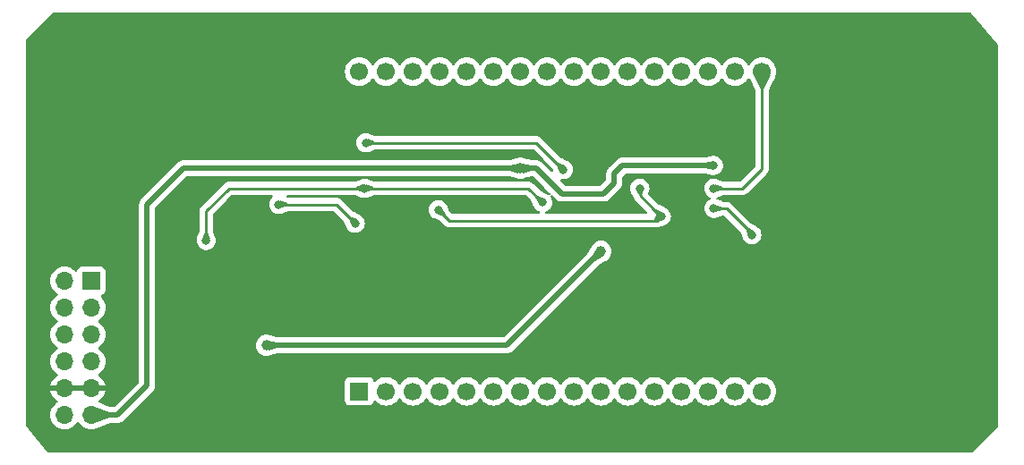
<source format=gbr>
%TF.GenerationSoftware,KiCad,Pcbnew,7.0.2*%
%TF.CreationDate,2023-08-12T01:35:25+09:00*%
%TF.ProjectId,Pmod_Matrix256,506d6f64-5f4d-4617-9472-69783235362e,rev?*%
%TF.SameCoordinates,Original*%
%TF.FileFunction,Copper,L2,Bot*%
%TF.FilePolarity,Positive*%
%FSLAX46Y46*%
G04 Gerber Fmt 4.6, Leading zero omitted, Abs format (unit mm)*
G04 Created by KiCad (PCBNEW 7.0.2) date 2023-08-12 01:35:25*
%MOMM*%
%LPD*%
G01*
G04 APERTURE LIST*
%TA.AperFunction,ComponentPad*%
%ADD10R,1.700000X1.700000*%
%TD*%
%TA.AperFunction,ComponentPad*%
%ADD11O,1.700000X1.700000*%
%TD*%
%TA.AperFunction,ComponentPad*%
%ADD12C,1.700000*%
%TD*%
%TA.AperFunction,ViaPad*%
%ADD13C,0.800000*%
%TD*%
%TA.AperFunction,ViaPad*%
%ADD14C,1.000000*%
%TD*%
%TA.AperFunction,Conductor*%
%ADD15C,0.250000*%
%TD*%
%TA.AperFunction,Conductor*%
%ADD16C,0.500000*%
%TD*%
G04 APERTURE END LIST*
D10*
%TO.P,J1,1,Pin_1*%
%TO.N,/#SRCLR*%
X100646000Y-119380000D03*
D11*
%TO.P,J1,2,Pin_2*%
%TO.N,/SRCLK*%
X100646000Y-121920000D03*
%TO.P,J1,3,Pin_3*%
%TO.N,/RCLK*%
X100646000Y-124460000D03*
%TO.P,J1,4,Pin_4*%
%TO.N,/SER1*%
X100646000Y-127000000D03*
%TO.P,J1,5,Pin_5*%
%TO.N,GND*%
X100646000Y-129540000D03*
%TO.P,J1,6,Pin_6*%
%TO.N,VCC*%
X100646000Y-132080000D03*
%TO.P,J1,7,Pin_7*%
%TO.N,unconnected-(J1-Pin_7-Pad7)*%
X98106000Y-119380000D03*
%TO.P,J1,8,Pin_8*%
%TO.N,unconnected-(J1-Pin_8-Pad8)*%
X98106000Y-121920000D03*
%TO.P,J1,9,Pin_9*%
%TO.N,unconnected-(J1-Pin_9-Pad9)*%
X98106000Y-124460000D03*
%TO.P,J1,10,Pin_10*%
%TO.N,unconnected-(J1-Pin_10-Pad10)*%
X98106000Y-127000000D03*
%TO.P,J1,11,Pin_11*%
%TO.N,GND*%
X98106000Y-129540000D03*
%TO.P,J1,12,Pin_12*%
%TO.N,VCC*%
X98106000Y-132080000D03*
%TD*%
D10*
%TO.P,U1,1,COL1*%
%TO.N,Net-(U1-COL1)*%
X125984000Y-129828000D03*
D12*
%TO.P,U1,2,COL2*%
%TO.N,Net-(U1-COL2)*%
X128524000Y-129828000D03*
%TO.P,U1,3,COL3*%
%TO.N,Net-(U1-COL3)*%
X131064000Y-129828000D03*
%TO.P,U1,4,COL4*%
%TO.N,Net-(U1-COL4)*%
X133604000Y-129828000D03*
%TO.P,U1,5,COL5*%
%TO.N,Net-(U1-COL5)*%
X136144000Y-129828000D03*
%TO.P,U1,6,COL6*%
%TO.N,Net-(U1-COL6)*%
X138684000Y-129828000D03*
%TO.P,U1,7,COL7*%
%TO.N,Net-(U1-COL7)*%
X141224000Y-129828000D03*
%TO.P,U1,8,COL8*%
%TO.N,Net-(U1-COL8)*%
X143764000Y-129828000D03*
%TO.P,U1,9,COL9*%
%TO.N,Net-(U1-COL9)*%
X146304000Y-129828000D03*
%TO.P,U1,10,COL10*%
%TO.N,Net-(U1-COL10)*%
X148844000Y-129828000D03*
%TO.P,U1,11,COL11*%
%TO.N,Net-(U1-COL11)*%
X151384000Y-129828000D03*
%TO.P,U1,12,COL12*%
%TO.N,Net-(U1-COL12)*%
X153924000Y-129828000D03*
%TO.P,U1,13,COL13*%
%TO.N,Net-(U1-COL13)*%
X156464000Y-129828000D03*
%TO.P,U1,14,COL14*%
%TO.N,Net-(U1-COL14)*%
X159004000Y-129828000D03*
%TO.P,U1,15,COL15*%
%TO.N,Net-(U1-COL15)*%
X161544000Y-129828000D03*
%TO.P,U1,16,COL16*%
%TO.N,Net-(U1-COL16)*%
X164084000Y-129828000D03*
%TO.P,U1,17,ROW1*%
%TO.N,Net-(U1-ROW1)*%
X164084000Y-99568000D03*
%TO.P,U1,18,ROW2*%
%TO.N,Net-(U1-ROW2)*%
X161544000Y-99568000D03*
%TO.P,U1,19,ROW3*%
%TO.N,Net-(U1-ROW3)*%
X159004000Y-99568000D03*
%TO.P,U1,20,ROW4*%
%TO.N,Net-(U1-ROW4)*%
X156464000Y-99568000D03*
%TO.P,U1,21,ROW5*%
%TO.N,Net-(U1-ROW5)*%
X153924000Y-99568000D03*
%TO.P,U1,22,ROW6*%
%TO.N,Net-(U1-ROW6)*%
X151384000Y-99568000D03*
%TO.P,U1,23,ROW7*%
%TO.N,Net-(U1-ROW7)*%
X148844000Y-99568000D03*
%TO.P,U1,24,ROW8*%
%TO.N,Net-(U1-ROW8)*%
X146304000Y-99568000D03*
%TO.P,U1,25,ROW9*%
%TO.N,Net-(U1-ROW9)*%
X143764000Y-99568000D03*
%TO.P,U1,26,ROW10*%
%TO.N,Net-(U1-ROW10)*%
X141224000Y-99568000D03*
%TO.P,U1,27,ROW11*%
%TO.N,Net-(U1-ROW11)*%
X138684000Y-99568000D03*
%TO.P,U1,28,ROW12*%
%TO.N,Net-(U1-ROW12)*%
X136144000Y-99568000D03*
%TO.P,U1,29,ROW13*%
%TO.N,Net-(U1-ROW13)*%
X133604000Y-99568000D03*
%TO.P,U1,30,ROW14*%
%TO.N,Net-(U1-ROW14)*%
X131064000Y-99568000D03*
%TO.P,U1,31,ROW15*%
%TO.N,Net-(U1-ROW15)*%
X128524000Y-99568000D03*
%TO.P,U1,32,ROW16*%
%TO.N,Net-(U1-ROW16)*%
X125984000Y-99568000D03*
%TD*%
D13*
%TO.N,/#SRCLR*%
X126619000Y-106299000D03*
X145288000Y-108839000D03*
%TO.N,/SRCLK*%
X126492000Y-110617000D03*
X111506000Y-115570000D03*
X143319500Y-111950500D03*
%TO.N,/RCLK*%
X152527000Y-110617000D03*
X133477000Y-112649000D03*
X154559000Y-113284000D03*
%TO.N,GND*%
X115951000Y-102235000D03*
X163372800Y-122326400D03*
X108966000Y-122174000D03*
X119380000Y-130251200D03*
X119380000Y-102260400D03*
X111252000Y-119888000D03*
X161594800Y-103936800D03*
X166624000Y-107442000D03*
X161594800Y-107391200D03*
X166624000Y-103886000D03*
X146405600Y-103428800D03*
D14*
%TO.N,VCC*%
X117221000Y-125476000D03*
D13*
X159512000Y-108458000D03*
D14*
X141224000Y-108712000D03*
X148844000Y-116586000D03*
D13*
%TO.N,Net-(U1-ROW1)*%
X159512000Y-110617000D03*
%TO.N,/SER2*%
X125603000Y-113919000D03*
X118364000Y-112141000D03*
%TO.N,/SER3*%
X163118800Y-115011200D03*
X159512000Y-112522000D03*
%TD*%
D15*
%TO.N,/#SRCLR*%
X142748000Y-106299000D02*
X126619000Y-106299000D01*
X145288000Y-108839000D02*
X142748000Y-106299000D01*
%TO.N,/SRCLK*%
X111506000Y-115570000D02*
X111506000Y-112776000D01*
X111506000Y-112776000D02*
X113665000Y-110617000D01*
X113665000Y-110617000D02*
X126492000Y-110617000D01*
X141986000Y-110617000D02*
X143319500Y-111950500D01*
X126492000Y-110617000D02*
X141986000Y-110617000D01*
%TO.N,/RCLK*%
X133477000Y-112649000D02*
X134493000Y-113665000D01*
X154559000Y-113284000D02*
X153924000Y-112649000D01*
X134493000Y-113665000D02*
X154178000Y-113665000D01*
X152527000Y-111252000D02*
X152527000Y-110617000D01*
X153924000Y-112649000D02*
X152527000Y-111252000D01*
X154178000Y-113665000D02*
X154559000Y-113284000D01*
D16*
%TO.N,VCC*%
X109347000Y-108712000D02*
X105918000Y-112141000D01*
X142748000Y-108712000D02*
X141224000Y-108712000D01*
X145161000Y-111125000D02*
X142748000Y-108712000D01*
X150114000Y-109220000D02*
X150114000Y-110109000D01*
X105918000Y-112141000D02*
X105918000Y-129286000D01*
X159512000Y-108458000D02*
X150876000Y-108458000D01*
X105918000Y-129286000D02*
X103124000Y-132080000D01*
X103124000Y-132080000D02*
X100646000Y-132080000D01*
X150114000Y-110109000D02*
X149098000Y-111125000D01*
X150876000Y-108458000D02*
X150114000Y-109220000D01*
X149098000Y-111125000D02*
X145161000Y-111125000D01*
X139954000Y-125476000D02*
X148844000Y-116586000D01*
X141224000Y-108712000D02*
X109347000Y-108712000D01*
X117221000Y-125476000D02*
X139954000Y-125476000D01*
D15*
%TO.N,Net-(U1-ROW1)*%
X162229800Y-110617000D02*
X164084000Y-108762800D01*
X164084000Y-108762800D02*
X164084000Y-99788000D01*
X159512000Y-110617000D02*
X162229800Y-110617000D01*
%TO.N,/SER2*%
X123825000Y-112141000D02*
X118364000Y-112141000D01*
X125603000Y-113919000D02*
X123825000Y-112141000D01*
%TO.N,/SER3*%
X163118800Y-115011200D02*
X163118800Y-114909600D01*
X160731200Y-112522000D02*
X159512000Y-112522000D01*
X163118800Y-114909600D02*
X160731200Y-112522000D01*
%TD*%
%TA.AperFunction,Conductor*%
%TO.N,GND*%
G36*
X100186507Y-129330156D02*
G01*
X100146000Y-129468111D01*
X100146000Y-129611889D01*
X100186507Y-129749844D01*
X100212314Y-129790000D01*
X98539686Y-129790000D01*
X98565493Y-129749844D01*
X98606000Y-129611889D01*
X98606000Y-129468111D01*
X98565493Y-129330156D01*
X98539686Y-129290000D01*
X100212314Y-129290000D01*
X100186507Y-129330156D01*
G37*
%TD.AperFunction*%
%TA.AperFunction,Conductor*%
G36*
X183787791Y-93979966D02*
G01*
X183854817Y-93999690D01*
X183882316Y-94023797D01*
X186355862Y-96942582D01*
X186384187Y-97006453D01*
X186385263Y-97022577D01*
X186435927Y-133044536D01*
X186416337Y-133111603D01*
X186399608Y-133132391D01*
X183932319Y-135599681D01*
X183870996Y-135633166D01*
X183844638Y-135636000D01*
X96629319Y-135636000D01*
X96562280Y-135616315D01*
X96533600Y-135590828D01*
X94741793Y-133415063D01*
X94465541Y-133079614D01*
X94438119Y-133015352D01*
X94437261Y-133000631D01*
X94438540Y-132080000D01*
X96750340Y-132080000D01*
X96770936Y-132315407D01*
X96815709Y-132482502D01*
X96832097Y-132543663D01*
X96931965Y-132757830D01*
X97067505Y-132951401D01*
X97234599Y-133118495D01*
X97428170Y-133254035D01*
X97642337Y-133353903D01*
X97870591Y-133415063D01*
X97870592Y-133415063D01*
X98105999Y-133435659D01*
X98105999Y-133435658D01*
X98106000Y-133435659D01*
X98341408Y-133415063D01*
X98569663Y-133353903D01*
X98783830Y-133254035D01*
X98977401Y-133118495D01*
X99144495Y-132951401D01*
X99274426Y-132765839D01*
X99329002Y-132722216D01*
X99398500Y-132715022D01*
X99460855Y-132746545D01*
X99477571Y-132765837D01*
X99607505Y-132951401D01*
X99774599Y-133118495D01*
X99968170Y-133254035D01*
X100182337Y-133353903D01*
X100410592Y-133415063D01*
X100646000Y-133435659D01*
X100881408Y-133415063D01*
X101013185Y-133379753D01*
X101109660Y-133353904D01*
X101109660Y-133353903D01*
X101109663Y-133353903D01*
X101135396Y-133341902D01*
X101159716Y-133333507D01*
X101165361Y-133332195D01*
X102432079Y-132838951D01*
X102477073Y-132830500D01*
X103060294Y-132830500D01*
X103078264Y-132831809D01*
X103082320Y-132832402D01*
X103102023Y-132835289D01*
X103151368Y-132830972D01*
X103162176Y-132830500D01*
X103164100Y-132830500D01*
X103167709Y-132830500D01*
X103198550Y-132826894D01*
X103202031Y-132826539D01*
X103276797Y-132819999D01*
X103276797Y-132819998D01*
X103278052Y-132819889D01*
X103297062Y-132815674D01*
X103298250Y-132815241D01*
X103298255Y-132815241D01*
X103368820Y-132789557D01*
X103372095Y-132788419D01*
X103443334Y-132764814D01*
X103443336Y-132764812D01*
X103444536Y-132764415D01*
X103462063Y-132755929D01*
X103463112Y-132755238D01*
X103463117Y-132755237D01*
X103525806Y-132714005D01*
X103528798Y-132712099D01*
X103592656Y-132672712D01*
X103592656Y-132672711D01*
X103593729Y-132672050D01*
X103608824Y-132659753D01*
X103609692Y-132658832D01*
X103609696Y-132658830D01*
X103661185Y-132604253D01*
X103663631Y-132601735D01*
X105542787Y-130722578D01*
X124633500Y-130722578D01*
X124633501Y-130725872D01*
X124633853Y-130729152D01*
X124633854Y-130729159D01*
X124639909Y-130785484D01*
X124651630Y-130816909D01*
X124690204Y-130920331D01*
X124776454Y-131035546D01*
X124891669Y-131121796D01*
X125026517Y-131172091D01*
X125086127Y-131178500D01*
X126881872Y-131178499D01*
X126941483Y-131172091D01*
X127076331Y-131121796D01*
X127191546Y-131035546D01*
X127277796Y-130920331D01*
X127326810Y-130788916D01*
X127368681Y-130732983D01*
X127434146Y-130708566D01*
X127502419Y-130723418D01*
X127530672Y-130744569D01*
X127652599Y-130866495D01*
X127846170Y-131002035D01*
X128060337Y-131101903D01*
X128288592Y-131163063D01*
X128524000Y-131183659D01*
X128759408Y-131163063D01*
X128987663Y-131101903D01*
X129201830Y-131002035D01*
X129395401Y-130866495D01*
X129562495Y-130699401D01*
X129692426Y-130513839D01*
X129747002Y-130470216D01*
X129816500Y-130463022D01*
X129878855Y-130494545D01*
X129895571Y-130513837D01*
X130025505Y-130699401D01*
X130192599Y-130866495D01*
X130386170Y-131002035D01*
X130600337Y-131101903D01*
X130828591Y-131163062D01*
X130828592Y-131163063D01*
X131063999Y-131183659D01*
X131063999Y-131183658D01*
X131064000Y-131183659D01*
X131299408Y-131163063D01*
X131527663Y-131101903D01*
X131741830Y-131002035D01*
X131935401Y-130866495D01*
X132102495Y-130699401D01*
X132232427Y-130513838D01*
X132287001Y-130470216D01*
X132356499Y-130463022D01*
X132418854Y-130494545D01*
X132435572Y-130513838D01*
X132565505Y-130699401D01*
X132732599Y-130866495D01*
X132926170Y-131002035D01*
X133140337Y-131101903D01*
X133368592Y-131163063D01*
X133604000Y-131183659D01*
X133839408Y-131163063D01*
X134067663Y-131101903D01*
X134281830Y-131002035D01*
X134475401Y-130866495D01*
X134642495Y-130699401D01*
X134772426Y-130513839D01*
X134827002Y-130470216D01*
X134896500Y-130463022D01*
X134958855Y-130494545D01*
X134975571Y-130513837D01*
X135105505Y-130699401D01*
X135272599Y-130866495D01*
X135466170Y-131002035D01*
X135680337Y-131101903D01*
X135908592Y-131163063D01*
X136144000Y-131183659D01*
X136379408Y-131163063D01*
X136607663Y-131101903D01*
X136821830Y-131002035D01*
X137015401Y-130866495D01*
X137182495Y-130699401D01*
X137312426Y-130513839D01*
X137367002Y-130470216D01*
X137436500Y-130463022D01*
X137498855Y-130494545D01*
X137515571Y-130513837D01*
X137645505Y-130699401D01*
X137812599Y-130866495D01*
X138006170Y-131002035D01*
X138220337Y-131101903D01*
X138448591Y-131163062D01*
X138448592Y-131163063D01*
X138683999Y-131183659D01*
X138683999Y-131183658D01*
X138684000Y-131183659D01*
X138919408Y-131163063D01*
X139147663Y-131101903D01*
X139361830Y-131002035D01*
X139555401Y-130866495D01*
X139722495Y-130699401D01*
X139852426Y-130513839D01*
X139907002Y-130470216D01*
X139976500Y-130463022D01*
X140038855Y-130494545D01*
X140055571Y-130513837D01*
X140185505Y-130699401D01*
X140352599Y-130866495D01*
X140546170Y-131002035D01*
X140760337Y-131101903D01*
X140988592Y-131163063D01*
X141224000Y-131183659D01*
X141459408Y-131163063D01*
X141687663Y-131101903D01*
X141901830Y-131002035D01*
X142095401Y-130866495D01*
X142262495Y-130699401D01*
X142392426Y-130513839D01*
X142447002Y-130470216D01*
X142516500Y-130463022D01*
X142578855Y-130494545D01*
X142595571Y-130513837D01*
X142725505Y-130699401D01*
X142892599Y-130866495D01*
X143086170Y-131002035D01*
X143300337Y-131101903D01*
X143528592Y-131163063D01*
X143764000Y-131183659D01*
X143999408Y-131163063D01*
X144227663Y-131101903D01*
X144441830Y-131002035D01*
X144635401Y-130866495D01*
X144802495Y-130699401D01*
X144932426Y-130513839D01*
X144987002Y-130470216D01*
X145056500Y-130463022D01*
X145118855Y-130494545D01*
X145135571Y-130513837D01*
X145265505Y-130699401D01*
X145432599Y-130866495D01*
X145626170Y-131002035D01*
X145840337Y-131101903D01*
X146068592Y-131163063D01*
X146304000Y-131183659D01*
X146539408Y-131163063D01*
X146767663Y-131101903D01*
X146981830Y-131002035D01*
X147175401Y-130866495D01*
X147342495Y-130699401D01*
X147472426Y-130513839D01*
X147527002Y-130470216D01*
X147596500Y-130463022D01*
X147658855Y-130494545D01*
X147675571Y-130513837D01*
X147805505Y-130699401D01*
X147972599Y-130866495D01*
X148166170Y-131002035D01*
X148380337Y-131101903D01*
X148608592Y-131163063D01*
X148844000Y-131183659D01*
X149079408Y-131163063D01*
X149307663Y-131101903D01*
X149521830Y-131002035D01*
X149715401Y-130866495D01*
X149882495Y-130699401D01*
X150012426Y-130513839D01*
X150067002Y-130470216D01*
X150136500Y-130463022D01*
X150198855Y-130494545D01*
X150215571Y-130513837D01*
X150345505Y-130699401D01*
X150512599Y-130866495D01*
X150706170Y-131002035D01*
X150920337Y-131101903D01*
X151148591Y-131163062D01*
X151148592Y-131163063D01*
X151383999Y-131183659D01*
X151383999Y-131183658D01*
X151384000Y-131183659D01*
X151619408Y-131163063D01*
X151847663Y-131101903D01*
X152061830Y-131002035D01*
X152255401Y-130866495D01*
X152422495Y-130699401D01*
X152552426Y-130513839D01*
X152607002Y-130470216D01*
X152676500Y-130463022D01*
X152738855Y-130494545D01*
X152755571Y-130513837D01*
X152885505Y-130699401D01*
X153052599Y-130866495D01*
X153246170Y-131002035D01*
X153460337Y-131101903D01*
X153688592Y-131163062D01*
X153688592Y-131163063D01*
X153923999Y-131183659D01*
X153923999Y-131183658D01*
X153924000Y-131183659D01*
X154159408Y-131163063D01*
X154387663Y-131101903D01*
X154601830Y-131002035D01*
X154795401Y-130866495D01*
X154962495Y-130699401D01*
X155092426Y-130513839D01*
X155147002Y-130470216D01*
X155216500Y-130463022D01*
X155278855Y-130494545D01*
X155295571Y-130513837D01*
X155425505Y-130699401D01*
X155592599Y-130866495D01*
X155786170Y-131002035D01*
X156000337Y-131101903D01*
X156228592Y-131163063D01*
X156464000Y-131183659D01*
X156699408Y-131163063D01*
X156927663Y-131101903D01*
X157141830Y-131002035D01*
X157335401Y-130866495D01*
X157502495Y-130699401D01*
X157632426Y-130513839D01*
X157687002Y-130470216D01*
X157756500Y-130463022D01*
X157818855Y-130494545D01*
X157835571Y-130513837D01*
X157965505Y-130699401D01*
X158132599Y-130866495D01*
X158326170Y-131002035D01*
X158540337Y-131101903D01*
X158768591Y-131163062D01*
X158768592Y-131163063D01*
X159003999Y-131183659D01*
X159003999Y-131183658D01*
X159004000Y-131183659D01*
X159239408Y-131163063D01*
X159467663Y-131101903D01*
X159681830Y-131002035D01*
X159875401Y-130866495D01*
X160042495Y-130699401D01*
X160172426Y-130513839D01*
X160227002Y-130470217D01*
X160296501Y-130463024D01*
X160358855Y-130494546D01*
X160375571Y-130513837D01*
X160505505Y-130699401D01*
X160672599Y-130866495D01*
X160866170Y-131002035D01*
X161080337Y-131101903D01*
X161308592Y-131163063D01*
X161544000Y-131183659D01*
X161779408Y-131163063D01*
X162007663Y-131101903D01*
X162221830Y-131002035D01*
X162415401Y-130866495D01*
X162582495Y-130699401D01*
X162712426Y-130513839D01*
X162767002Y-130470216D01*
X162836500Y-130463022D01*
X162898855Y-130494545D01*
X162915571Y-130513837D01*
X163045505Y-130699401D01*
X163212599Y-130866495D01*
X163406170Y-131002035D01*
X163620337Y-131101903D01*
X163848591Y-131163062D01*
X163848592Y-131163063D01*
X164083999Y-131183659D01*
X164083999Y-131183658D01*
X164084000Y-131183659D01*
X164319408Y-131163063D01*
X164547663Y-131101903D01*
X164761830Y-131002035D01*
X164955401Y-130866495D01*
X165122495Y-130699401D01*
X165258035Y-130505830D01*
X165357903Y-130291663D01*
X165419063Y-130063408D01*
X165439659Y-129828000D01*
X165419063Y-129592592D01*
X165357903Y-129364337D01*
X165258035Y-129150171D01*
X165122495Y-128956599D01*
X164955401Y-128789505D01*
X164761830Y-128653965D01*
X164547663Y-128554097D01*
X164486501Y-128537709D01*
X164319407Y-128492936D01*
X164083999Y-128472340D01*
X163848592Y-128492936D01*
X163620336Y-128554097D01*
X163406170Y-128653965D01*
X163212598Y-128789505D01*
X163045505Y-128956598D01*
X162915575Y-129142159D01*
X162860998Y-129185784D01*
X162791500Y-129192978D01*
X162729145Y-129161455D01*
X162712425Y-129142159D01*
X162640893Y-129040000D01*
X162582495Y-128956599D01*
X162415401Y-128789505D01*
X162221830Y-128653965D01*
X162007663Y-128554097D01*
X161946501Y-128537709D01*
X161779407Y-128492936D01*
X161544000Y-128472340D01*
X161308592Y-128492936D01*
X161080336Y-128554097D01*
X160866170Y-128653965D01*
X160672598Y-128789505D01*
X160505505Y-128956598D01*
X160375575Y-129142159D01*
X160320998Y-129185784D01*
X160251500Y-129192978D01*
X160189145Y-129161455D01*
X160172425Y-129142159D01*
X160100893Y-129040000D01*
X160042495Y-128956599D01*
X159875401Y-128789505D01*
X159681830Y-128653965D01*
X159467663Y-128554097D01*
X159406501Y-128537709D01*
X159239407Y-128492936D01*
X159003999Y-128472340D01*
X158768592Y-128492936D01*
X158540336Y-128554097D01*
X158326170Y-128653965D01*
X158132598Y-128789505D01*
X157965508Y-128956595D01*
X157835574Y-129142160D01*
X157780997Y-129185785D01*
X157711498Y-129192977D01*
X157649144Y-129161455D01*
X157632429Y-129142164D01*
X157502495Y-128956599D01*
X157335401Y-128789505D01*
X157141830Y-128653965D01*
X156927663Y-128554097D01*
X156866502Y-128537709D01*
X156699407Y-128492936D01*
X156463999Y-128472340D01*
X156228592Y-128492936D01*
X156000336Y-128554097D01*
X155786170Y-128653965D01*
X155592598Y-128789505D01*
X155425505Y-128956598D01*
X155295575Y-129142159D01*
X155240998Y-129185784D01*
X155171500Y-129192978D01*
X155109145Y-129161455D01*
X155092425Y-129142159D01*
X155020893Y-129040000D01*
X154962495Y-128956599D01*
X154795401Y-128789505D01*
X154601830Y-128653965D01*
X154387663Y-128554097D01*
X154326502Y-128537709D01*
X154159407Y-128492936D01*
X153924000Y-128472340D01*
X153688592Y-128492936D01*
X153460336Y-128554097D01*
X153246170Y-128653965D01*
X153052598Y-128789505D01*
X152885505Y-128956598D01*
X152755575Y-129142159D01*
X152700998Y-129185784D01*
X152631500Y-129192978D01*
X152569145Y-129161455D01*
X152552425Y-129142159D01*
X152480893Y-129040000D01*
X152422495Y-128956599D01*
X152255401Y-128789505D01*
X152061830Y-128653965D01*
X151847663Y-128554097D01*
X151786501Y-128537709D01*
X151619407Y-128492936D01*
X151383999Y-128472340D01*
X151148592Y-128492936D01*
X150920336Y-128554097D01*
X150706170Y-128653965D01*
X150512598Y-128789505D01*
X150345505Y-128956598D01*
X150215575Y-129142159D01*
X150160998Y-129185784D01*
X150091500Y-129192978D01*
X150029145Y-129161455D01*
X150012425Y-129142159D01*
X149940893Y-129040000D01*
X149882495Y-128956599D01*
X149715401Y-128789505D01*
X149521830Y-128653965D01*
X149307663Y-128554097D01*
X149246501Y-128537709D01*
X149079407Y-128492936D01*
X148844000Y-128472340D01*
X148608592Y-128492936D01*
X148380336Y-128554097D01*
X148166170Y-128653965D01*
X147972598Y-128789505D01*
X147805505Y-128956598D01*
X147675575Y-129142159D01*
X147620998Y-129185784D01*
X147551500Y-129192978D01*
X147489145Y-129161455D01*
X147472425Y-129142159D01*
X147400893Y-129040000D01*
X147342495Y-128956599D01*
X147175401Y-128789505D01*
X146981830Y-128653965D01*
X146767663Y-128554097D01*
X146706502Y-128537709D01*
X146539407Y-128492936D01*
X146304000Y-128472340D01*
X146068592Y-128492936D01*
X145840336Y-128554097D01*
X145626170Y-128653965D01*
X145432598Y-128789505D01*
X145265505Y-128956598D01*
X145135575Y-129142159D01*
X145080998Y-129185784D01*
X145011500Y-129192978D01*
X144949145Y-129161455D01*
X144932425Y-129142159D01*
X144860893Y-129040000D01*
X144802495Y-128956599D01*
X144635401Y-128789505D01*
X144441830Y-128653965D01*
X144227663Y-128554097D01*
X144166502Y-128537709D01*
X143999407Y-128492936D01*
X143763999Y-128472340D01*
X143528592Y-128492936D01*
X143300336Y-128554097D01*
X143086170Y-128653965D01*
X142892598Y-128789505D01*
X142725505Y-128956598D01*
X142595575Y-129142159D01*
X142540998Y-129185784D01*
X142471500Y-129192978D01*
X142409145Y-129161455D01*
X142392425Y-129142159D01*
X142320893Y-129040000D01*
X142262495Y-128956599D01*
X142095401Y-128789505D01*
X141901830Y-128653965D01*
X141687663Y-128554097D01*
X141626501Y-128537709D01*
X141459407Y-128492936D01*
X141224000Y-128472340D01*
X140988592Y-128492936D01*
X140760336Y-128554097D01*
X140546170Y-128653965D01*
X140352598Y-128789505D01*
X140185505Y-128956598D01*
X140055575Y-129142159D01*
X140000998Y-129185784D01*
X139931500Y-129192978D01*
X139869145Y-129161455D01*
X139852425Y-129142159D01*
X139780893Y-129040000D01*
X139722495Y-128956599D01*
X139555401Y-128789505D01*
X139361830Y-128653965D01*
X139147663Y-128554097D01*
X139086501Y-128537709D01*
X138919407Y-128492936D01*
X138683999Y-128472340D01*
X138448592Y-128492936D01*
X138220336Y-128554097D01*
X138006170Y-128653965D01*
X137812598Y-128789505D01*
X137645505Y-128956598D01*
X137515575Y-129142159D01*
X137460998Y-129185784D01*
X137391500Y-129192978D01*
X137329145Y-129161455D01*
X137312425Y-129142159D01*
X137240893Y-129040000D01*
X137182495Y-128956599D01*
X137015401Y-128789505D01*
X136821830Y-128653965D01*
X136607663Y-128554097D01*
X136546502Y-128537709D01*
X136379407Y-128492936D01*
X136144000Y-128472340D01*
X135908592Y-128492936D01*
X135680336Y-128554097D01*
X135466170Y-128653965D01*
X135272598Y-128789505D01*
X135105505Y-128956598D01*
X134975575Y-129142159D01*
X134920998Y-129185784D01*
X134851500Y-129192978D01*
X134789145Y-129161455D01*
X134772425Y-129142159D01*
X134700893Y-129040000D01*
X134642495Y-128956599D01*
X134475401Y-128789505D01*
X134281830Y-128653965D01*
X134067663Y-128554097D01*
X134006502Y-128537709D01*
X133839407Y-128492936D01*
X133604000Y-128472340D01*
X133368592Y-128492936D01*
X133140336Y-128554097D01*
X132926170Y-128653965D01*
X132732598Y-128789505D01*
X132565508Y-128956595D01*
X132435574Y-129142160D01*
X132380997Y-129185785D01*
X132311498Y-129192977D01*
X132249144Y-129161455D01*
X132232429Y-129142164D01*
X132102495Y-128956599D01*
X131935401Y-128789505D01*
X131741830Y-128653965D01*
X131527663Y-128554097D01*
X131466501Y-128537709D01*
X131299407Y-128492936D01*
X131063999Y-128472340D01*
X130828592Y-128492936D01*
X130600336Y-128554097D01*
X130386170Y-128653965D01*
X130192598Y-128789505D01*
X130025505Y-128956598D01*
X129895575Y-129142159D01*
X129840998Y-129185784D01*
X129771500Y-129192978D01*
X129709145Y-129161455D01*
X129692425Y-129142159D01*
X129620893Y-129040000D01*
X129562495Y-128956599D01*
X129395401Y-128789505D01*
X129201830Y-128653965D01*
X128987663Y-128554097D01*
X128926501Y-128537709D01*
X128759407Y-128492936D01*
X128524000Y-128472340D01*
X128288592Y-128492936D01*
X128060336Y-128554097D01*
X127846170Y-128653965D01*
X127652601Y-128789503D01*
X127530673Y-128911431D01*
X127469350Y-128944915D01*
X127399658Y-128939931D01*
X127343725Y-128898059D01*
X127326810Y-128867082D01*
X127319658Y-128847907D01*
X127277796Y-128735669D01*
X127191546Y-128620454D01*
X127076331Y-128534204D01*
X126941483Y-128483909D01*
X126881873Y-128477500D01*
X126878550Y-128477500D01*
X125089439Y-128477500D01*
X125089420Y-128477500D01*
X125086128Y-128477501D01*
X125082848Y-128477853D01*
X125082840Y-128477854D01*
X125026515Y-128483909D01*
X124891669Y-128534204D01*
X124776454Y-128620454D01*
X124690204Y-128735668D01*
X124639909Y-128870516D01*
X124636884Y-128898656D01*
X124633500Y-128930127D01*
X124633500Y-128933448D01*
X124633500Y-128933449D01*
X124633500Y-130722560D01*
X124633500Y-130722578D01*
X105542787Y-130722578D01*
X106403638Y-129861727D01*
X106417256Y-129849957D01*
X106436530Y-129835610D01*
X106468372Y-129797661D01*
X106475686Y-129789681D01*
X106476264Y-129789102D01*
X106479591Y-129785776D01*
X106498853Y-129761413D01*
X106501076Y-129758686D01*
X106549302Y-129701214D01*
X106549303Y-129701211D01*
X106550115Y-129700244D01*
X106560573Y-129683827D01*
X106561106Y-129682682D01*
X106561111Y-129682677D01*
X106592833Y-129614646D01*
X106594362Y-129611488D01*
X106628040Y-129544433D01*
X106628040Y-129544432D01*
X106628612Y-129543294D01*
X106635000Y-129524915D01*
X106635255Y-129523675D01*
X106635257Y-129523673D01*
X106650435Y-129450157D01*
X106651200Y-129446708D01*
X106668500Y-129373721D01*
X106668500Y-129373718D01*
X106668791Y-129372491D01*
X106670770Y-129353120D01*
X106670733Y-129351858D01*
X106670734Y-129351855D01*
X106668552Y-129276868D01*
X106668500Y-129273262D01*
X106668500Y-125476000D01*
X116215659Y-125476000D01*
X116234976Y-125672133D01*
X116292185Y-125860726D01*
X116373091Y-126012091D01*
X116385090Y-126034538D01*
X116510117Y-126186883D01*
X116662462Y-126311910D01*
X116836273Y-126404814D01*
X117024868Y-126462024D01*
X117221000Y-126481341D01*
X117417132Y-126462024D01*
X117525171Y-126429249D01*
X117547114Y-126424710D01*
X117550350Y-126424342D01*
X118289764Y-126230550D01*
X118321201Y-126226500D01*
X139890294Y-126226500D01*
X139908264Y-126227809D01*
X139912320Y-126228402D01*
X139932023Y-126231289D01*
X139981368Y-126226972D01*
X139992176Y-126226500D01*
X139994100Y-126226500D01*
X139997709Y-126226500D01*
X140028550Y-126222894D01*
X140032031Y-126222539D01*
X140106797Y-126215999D01*
X140106797Y-126215998D01*
X140108052Y-126215889D01*
X140127062Y-126211674D01*
X140128250Y-126211241D01*
X140128255Y-126211241D01*
X140198820Y-126185557D01*
X140202095Y-126184419D01*
X140273334Y-126160814D01*
X140273336Y-126160812D01*
X140274536Y-126160415D01*
X140292063Y-126151929D01*
X140293112Y-126151238D01*
X140293117Y-126151237D01*
X140355806Y-126110005D01*
X140358798Y-126108099D01*
X140422656Y-126068712D01*
X140422656Y-126068711D01*
X140423729Y-126068050D01*
X140438824Y-126055753D01*
X140439692Y-126054832D01*
X140439696Y-126054830D01*
X140491185Y-126000253D01*
X140493631Y-125997735D01*
X148596727Y-117894638D01*
X148621811Y-117875281D01*
X149281693Y-117489465D01*
X149281692Y-117489464D01*
X149306736Y-117474178D01*
X149306838Y-117474346D01*
X149315389Y-117468491D01*
X149402538Y-117421910D01*
X149554883Y-117296883D01*
X149679910Y-117144538D01*
X149772814Y-116970727D01*
X149830024Y-116782132D01*
X149849341Y-116586000D01*
X149830024Y-116389868D01*
X149772814Y-116201273D01*
X149679910Y-116027462D01*
X149554883Y-115875117D01*
X149402538Y-115750090D01*
X149380091Y-115738091D01*
X149228726Y-115657185D01*
X149040133Y-115599976D01*
X148844000Y-115580659D01*
X148647866Y-115599976D01*
X148459273Y-115657185D01*
X148285463Y-115750089D01*
X148133117Y-115875117D01*
X148008088Y-116027463D01*
X147954873Y-116127020D01*
X147942574Y-116145739D01*
X147940534Y-116148304D01*
X147554718Y-116808184D01*
X147535353Y-116833278D01*
X139679451Y-124689181D01*
X139618128Y-124722666D01*
X139591770Y-124725500D01*
X118321202Y-124725500D01*
X118289765Y-124721449D01*
X118190405Y-124695408D01*
X117552243Y-124528153D01*
X117550337Y-124527653D01*
X117540068Y-124525170D01*
X117531690Y-124523144D01*
X117531687Y-124523143D01*
X117521845Y-124520764D01*
X117521891Y-124520571D01*
X117511701Y-124518662D01*
X117417132Y-124489976D01*
X117221000Y-124470659D01*
X117024866Y-124489976D01*
X116836273Y-124547185D01*
X116662463Y-124640089D01*
X116510117Y-124765117D01*
X116385089Y-124917463D01*
X116292185Y-125091273D01*
X116234976Y-125279866D01*
X116215659Y-125476000D01*
X106668500Y-125476000D01*
X106668500Y-112503228D01*
X106688185Y-112436189D01*
X106704814Y-112415552D01*
X109621548Y-109498818D01*
X109682871Y-109465334D01*
X109709229Y-109462500D01*
X140123799Y-109462500D01*
X140155235Y-109466550D01*
X140894649Y-109660342D01*
X140913309Y-109664855D01*
X140913310Y-109664855D01*
X140923164Y-109667238D01*
X140923116Y-109667432D01*
X140933304Y-109669338D01*
X141027868Y-109698024D01*
X141224000Y-109717341D01*
X141420132Y-109698024D01*
X141528171Y-109665249D01*
X141550114Y-109660710D01*
X141553350Y-109660342D01*
X142292764Y-109466550D01*
X142324201Y-109462500D01*
X142385770Y-109462500D01*
X142452809Y-109482185D01*
X142473451Y-109498819D01*
X143498846Y-110524214D01*
X144006612Y-111031979D01*
X144040097Y-111093302D01*
X144035113Y-111162994D01*
X143993241Y-111218927D01*
X143927777Y-111243344D01*
X143859504Y-111228492D01*
X143846046Y-111219978D01*
X143772232Y-111166349D01*
X143706743Y-111137192D01*
X143690606Y-111128526D01*
X143670219Y-111115551D01*
X143266822Y-110933475D01*
X143142099Y-110877180D01*
X143105431Y-110851840D01*
X142486802Y-110233211D01*
X142473906Y-110217113D01*
X142422775Y-110169098D01*
X142419978Y-110166387D01*
X142403227Y-110149636D01*
X142400471Y-110146880D01*
X142397290Y-110144412D01*
X142388422Y-110136837D01*
X142356582Y-110106938D01*
X142339024Y-110097285D01*
X142322764Y-110086604D01*
X142306936Y-110074327D01*
X142266851Y-110056980D01*
X142256361Y-110051841D01*
X142218091Y-110030802D01*
X142198691Y-110025821D01*
X142180284Y-110019519D01*
X142161897Y-110011562D01*
X142118758Y-110004729D01*
X142107324Y-110002361D01*
X142065019Y-109991500D01*
X142044984Y-109991500D01*
X142025586Y-109989973D01*
X142017333Y-109988666D01*
X142005805Y-109986840D01*
X142005804Y-109986840D01*
X141979484Y-109989328D01*
X141962325Y-109990950D01*
X141950656Y-109991500D01*
X127420236Y-109991500D01*
X127376390Y-109983489D01*
X126851435Y-109785045D01*
X126835691Y-109779093D01*
X126835665Y-109779084D01*
X126834393Y-109778603D01*
X126797045Y-109766380D01*
X126785187Y-109761813D01*
X126771805Y-109755856D01*
X126586648Y-109716500D01*
X126586646Y-109716500D01*
X126397354Y-109716500D01*
X126397352Y-109716500D01*
X126212196Y-109755855D01*
X126183937Y-109768437D01*
X126160400Y-109776205D01*
X126149596Y-109778605D01*
X125607609Y-109983489D01*
X125563763Y-109991500D01*
X113747741Y-109991500D01*
X113727237Y-109989236D01*
X113657145Y-109991439D01*
X113653251Y-109991500D01*
X113625650Y-109991500D01*
X113621799Y-109991986D01*
X113621768Y-109991988D01*
X113621640Y-109992005D01*
X113610028Y-109992918D01*
X113566368Y-109994290D01*
X113547128Y-109999880D01*
X113528081Y-110003825D01*
X113508209Y-110006335D01*
X113467599Y-110022413D01*
X113456554Y-110026194D01*
X113414610Y-110038381D01*
X113397365Y-110048579D01*
X113379904Y-110057133D01*
X113361267Y-110064512D01*
X113325931Y-110090185D01*
X113316174Y-110096595D01*
X113278580Y-110118829D01*
X113264413Y-110132996D01*
X113249624Y-110145626D01*
X113233413Y-110157404D01*
X113205572Y-110191058D01*
X113197711Y-110199697D01*
X111122208Y-112275199D01*
X111106110Y-112288096D01*
X111058096Y-112339225D01*
X111055392Y-112342016D01*
X111038628Y-112358780D01*
X111038621Y-112358787D01*
X111035880Y-112361529D01*
X111033499Y-112364597D01*
X111033490Y-112364608D01*
X111033411Y-112364711D01*
X111025842Y-112373572D01*
X110995935Y-112405420D01*
X110986285Y-112422974D01*
X110975609Y-112439228D01*
X110963326Y-112455063D01*
X110945975Y-112495158D01*
X110940838Y-112505644D01*
X110919802Y-112543907D01*
X110914821Y-112563309D01*
X110908520Y-112581711D01*
X110900561Y-112600102D01*
X110893728Y-112643242D01*
X110891360Y-112654674D01*
X110880499Y-112696977D01*
X110880500Y-112717016D01*
X110878973Y-112736414D01*
X110875840Y-112756194D01*
X110879950Y-112799673D01*
X110880500Y-112811343D01*
X110880500Y-114641761D01*
X110872489Y-114685607D01*
X110668104Y-115226278D01*
X110668093Y-115226307D01*
X110667605Y-115227600D01*
X110667176Y-115228908D01*
X110667166Y-115228939D01*
X110653417Y-115270949D01*
X110652979Y-115274345D01*
X110647933Y-115296776D01*
X110620326Y-115381743D01*
X110600540Y-115570000D01*
X110620326Y-115758257D01*
X110678820Y-115938284D01*
X110773466Y-116102216D01*
X110900129Y-116242889D01*
X111053269Y-116354151D01*
X111226197Y-116431144D01*
X111411352Y-116470500D01*
X111411354Y-116470500D01*
X111600648Y-116470500D01*
X111724083Y-116444262D01*
X111785803Y-116431144D01*
X111958730Y-116354151D01*
X112111871Y-116242888D01*
X112238533Y-116102216D01*
X112333179Y-115938284D01*
X112391674Y-115758256D01*
X112411460Y-115570000D01*
X112391674Y-115381744D01*
X112352287Y-115260526D01*
X112349171Y-115249105D01*
X112344393Y-115227597D01*
X112176486Y-114783423D01*
X112139509Y-114685605D01*
X112131499Y-114641768D01*
X112131499Y-113086451D01*
X112151184Y-113019413D01*
X112167818Y-112998771D01*
X112584879Y-112581711D01*
X113456692Y-111709898D01*
X113887772Y-111278819D01*
X113949095Y-111245334D01*
X113975453Y-111242500D01*
X117687024Y-111242500D01*
X117754063Y-111262185D01*
X117799818Y-111314989D01*
X117809762Y-111384147D01*
X117780737Y-111447703D01*
X117759910Y-111466818D01*
X117758128Y-111468112D01*
X117631466Y-111608783D01*
X117536820Y-111772715D01*
X117478326Y-111952742D01*
X117458540Y-112141000D01*
X117478326Y-112329257D01*
X117536820Y-112509284D01*
X117631466Y-112673216D01*
X117758129Y-112813889D01*
X117911269Y-112925151D01*
X118084197Y-113002144D01*
X118269352Y-113041500D01*
X118269354Y-113041500D01*
X118458648Y-113041500D01*
X118643803Y-113002144D01*
X118651378Y-112998771D01*
X118672059Y-112989562D01*
X118695605Y-112981791D01*
X118706400Y-112979394D01*
X118739158Y-112967011D01*
X119248388Y-112774511D01*
X119292234Y-112766500D01*
X123514548Y-112766500D01*
X123581587Y-112786185D01*
X123602229Y-112802819D01*
X124504340Y-113704930D01*
X124529680Y-113741598D01*
X124768051Y-114269719D01*
X124768655Y-114270911D01*
X124768681Y-114270965D01*
X124769452Y-114272485D01*
X124774917Y-114285719D01*
X124783422Y-114300451D01*
X124786632Y-114306378D01*
X124789942Y-114312907D01*
X124794804Y-114320164D01*
X124870465Y-114451214D01*
X124997129Y-114591889D01*
X125150269Y-114703151D01*
X125323197Y-114780144D01*
X125508352Y-114819500D01*
X125508354Y-114819500D01*
X125697648Y-114819500D01*
X125867376Y-114783423D01*
X125882803Y-114780144D01*
X126055730Y-114703151D01*
X126109042Y-114664418D01*
X126208870Y-114591889D01*
X126310531Y-114478984D01*
X126335533Y-114451216D01*
X126430179Y-114287284D01*
X126488674Y-114107256D01*
X126508460Y-113919000D01*
X126488674Y-113730744D01*
X126430179Y-113550716D01*
X126430179Y-113550715D01*
X126335533Y-113386783D01*
X126208870Y-113246110D01*
X126055732Y-113134849D01*
X125990243Y-113105692D01*
X125974106Y-113097026D01*
X125953719Y-113084051D01*
X125521890Y-112889142D01*
X125425598Y-112845680D01*
X125388930Y-112820340D01*
X124858804Y-112290214D01*
X124325802Y-111757211D01*
X124312906Y-111741113D01*
X124261775Y-111693098D01*
X124258978Y-111690387D01*
X124242227Y-111673636D01*
X124239471Y-111670880D01*
X124236290Y-111668412D01*
X124227422Y-111660837D01*
X124195582Y-111630938D01*
X124178024Y-111621285D01*
X124161764Y-111610604D01*
X124145936Y-111598327D01*
X124105851Y-111580980D01*
X124095361Y-111575841D01*
X124057091Y-111554802D01*
X124037691Y-111549821D01*
X124019284Y-111543519D01*
X124000897Y-111535562D01*
X123957758Y-111528729D01*
X123946324Y-111526361D01*
X123904019Y-111515500D01*
X123883984Y-111515500D01*
X123864586Y-111513973D01*
X123857162Y-111512797D01*
X123844805Y-111510840D01*
X123844804Y-111510840D01*
X123811751Y-111513964D01*
X123801325Y-111514950D01*
X123789656Y-111515500D01*
X119292236Y-111515500D01*
X119248390Y-111507489D01*
X119182256Y-111482489D01*
X119126508Y-111440371D01*
X119102380Y-111374800D01*
X119117533Y-111306593D01*
X119167156Y-111257406D01*
X119226102Y-111242500D01*
X125563766Y-111242500D01*
X125607611Y-111250510D01*
X126149599Y-111455394D01*
X126177533Y-111464536D01*
X126186962Y-111467622D01*
X126198825Y-111472190D01*
X126212197Y-111478144D01*
X126212198Y-111478144D01*
X126212200Y-111478145D01*
X126397352Y-111517500D01*
X126397354Y-111517500D01*
X126586648Y-111517500D01*
X126771803Y-111478144D01*
X126785168Y-111472193D01*
X126800059Y-111465562D01*
X126823605Y-111457791D01*
X126834400Y-111455394D01*
X126835874Y-111454837D01*
X127376388Y-111250511D01*
X127420234Y-111242500D01*
X141675548Y-111242500D01*
X141742587Y-111262185D01*
X141763229Y-111278819D01*
X142220840Y-111736430D01*
X142246180Y-111773098D01*
X142295590Y-111882567D01*
X142484551Y-112301219D01*
X142485155Y-112302411D01*
X142485181Y-112302465D01*
X142485952Y-112303985D01*
X142491417Y-112317219D01*
X142499922Y-112331951D01*
X142503132Y-112337878D01*
X142506442Y-112344407D01*
X142511304Y-112351664D01*
X142586965Y-112482714D01*
X142713629Y-112623389D01*
X142866769Y-112734651D01*
X143018531Y-112802221D01*
X143071768Y-112847471D01*
X143092089Y-112914320D01*
X143073044Y-112981544D01*
X143020677Y-113027799D01*
X142968095Y-113039500D01*
X134803452Y-113039500D01*
X134736413Y-113019815D01*
X134715771Y-113003181D01*
X134575657Y-112863067D01*
X134550317Y-112826399D01*
X134547582Y-112820340D01*
X134372089Y-112431525D01*
X134312527Y-112299562D01*
X134312520Y-112299548D01*
X134311948Y-112298280D01*
X134310564Y-112295549D01*
X134305088Y-112282291D01*
X134304178Y-112280715D01*
X134296569Y-112267535D01*
X134293367Y-112261622D01*
X134290060Y-112255097D01*
X134285202Y-112247848D01*
X134209533Y-112116784D01*
X134209532Y-112116782D01*
X134082870Y-111976110D01*
X133929730Y-111864848D01*
X133756802Y-111787855D01*
X133571648Y-111748500D01*
X133571646Y-111748500D01*
X133382354Y-111748500D01*
X133382352Y-111748500D01*
X133197197Y-111787855D01*
X133024269Y-111864848D01*
X132871129Y-111976110D01*
X132744466Y-112116783D01*
X132649820Y-112280715D01*
X132591326Y-112460742D01*
X132571540Y-112649000D01*
X132591326Y-112837257D01*
X132649820Y-113017284D01*
X132744466Y-113181216D01*
X132871129Y-113321889D01*
X133024268Y-113433150D01*
X133089756Y-113462307D01*
X133105893Y-113470972D01*
X133126280Y-113483948D01*
X133654399Y-113722318D01*
X133691066Y-113747657D01*
X133992196Y-114048787D01*
X134005096Y-114064888D01*
X134056223Y-114112900D01*
X134059020Y-114115611D01*
X134078529Y-114135120D01*
X134081709Y-114137587D01*
X134090571Y-114145155D01*
X134122418Y-114175062D01*
X134139586Y-114184500D01*
X134139972Y-114184712D01*
X134156236Y-114195396D01*
X134164552Y-114201846D01*
X134172064Y-114207673D01*
X134196909Y-114218424D01*
X134212152Y-114225021D01*
X134222631Y-114230154D01*
X134260908Y-114251197D01*
X134280306Y-114256177D01*
X134298708Y-114262477D01*
X134317104Y-114270438D01*
X134360261Y-114277273D01*
X134371664Y-114279634D01*
X134413981Y-114290500D01*
X134434016Y-114290500D01*
X134453413Y-114292026D01*
X134473196Y-114295160D01*
X134516674Y-114291050D01*
X134528344Y-114290500D01*
X154095256Y-114290500D01*
X154115762Y-114292764D01*
X154118665Y-114292672D01*
X154118667Y-114292673D01*
X154185872Y-114290561D01*
X154189768Y-114290500D01*
X154213448Y-114290500D01*
X154217350Y-114290500D01*
X154221313Y-114289999D01*
X154232962Y-114289080D01*
X154276627Y-114287709D01*
X154295859Y-114282120D01*
X154314918Y-114278174D01*
X154322091Y-114277268D01*
X154334792Y-114275664D01*
X154375407Y-114259582D01*
X154386444Y-114255803D01*
X154428390Y-114243618D01*
X154445629Y-114233422D01*
X154463096Y-114224864D01*
X154481732Y-114217486D01*
X154481733Y-114217485D01*
X154496300Y-114211718D01*
X154497112Y-114213769D01*
X154525632Y-114201846D01*
X154620697Y-114186154D01*
X154640891Y-114184500D01*
X154653648Y-114184500D01*
X154777084Y-114158262D01*
X154838803Y-114145144D01*
X155011730Y-114068151D01*
X155164871Y-113956888D01*
X155291533Y-113816216D01*
X155386179Y-113652284D01*
X155444674Y-113472256D01*
X155464460Y-113284000D01*
X155444674Y-113095744D01*
X155386179Y-112915716D01*
X155386179Y-112915715D01*
X155291533Y-112751783D01*
X155164870Y-112611110D01*
X155011732Y-112499849D01*
X154946243Y-112470692D01*
X154930106Y-112462026D01*
X154909719Y-112449051D01*
X154381600Y-112210681D01*
X154344932Y-112185341D01*
X153359852Y-111200261D01*
X153326367Y-111138938D01*
X153329514Y-111074535D01*
X153374358Y-110935445D01*
X153374367Y-110935411D01*
X153374939Y-110933475D01*
X153383859Y-110902263D01*
X153388905Y-110878403D01*
X153412674Y-110805256D01*
X153432460Y-110617000D01*
X153412674Y-110428744D01*
X153354179Y-110248716D01*
X153354179Y-110248715D01*
X153259533Y-110084783D01*
X153132870Y-109944110D01*
X152979730Y-109832848D01*
X152806802Y-109755855D01*
X152621648Y-109716500D01*
X152621646Y-109716500D01*
X152432354Y-109716500D01*
X152432352Y-109716500D01*
X152247197Y-109755855D01*
X152074269Y-109832848D01*
X151921129Y-109944110D01*
X151794466Y-110084783D01*
X151699820Y-110248715D01*
X151641326Y-110428742D01*
X151621540Y-110617000D01*
X151641326Y-110805257D01*
X151699819Y-110985281D01*
X151718161Y-111017049D01*
X151725830Y-111032810D01*
X151726680Y-111034926D01*
X151891482Y-111319508D01*
X151903251Y-111347051D01*
X151909878Y-111369859D01*
X151913825Y-111388916D01*
X151916335Y-111408792D01*
X151932414Y-111449404D01*
X151936197Y-111460451D01*
X151948382Y-111502391D01*
X151958580Y-111519635D01*
X151967136Y-111537100D01*
X151974514Y-111555732D01*
X151974515Y-111555733D01*
X152000180Y-111591059D01*
X152006593Y-111600822D01*
X152028826Y-111638416D01*
X152028829Y-111638419D01*
X152028830Y-111638420D01*
X152042995Y-111652585D01*
X152055627Y-111667375D01*
X152067406Y-111683587D01*
X152101058Y-111711426D01*
X152109699Y-111719289D01*
X153218228Y-112827819D01*
X153251713Y-112889142D01*
X153246729Y-112958834D01*
X153204857Y-113014767D01*
X153139393Y-113039184D01*
X153130547Y-113039500D01*
X143670905Y-113039500D01*
X143603866Y-113019815D01*
X143558111Y-112967011D01*
X143548167Y-112897853D01*
X143577192Y-112834297D01*
X143620469Y-112802221D01*
X143772230Y-112734651D01*
X143925370Y-112623389D01*
X143979467Y-112563309D01*
X144052033Y-112482716D01*
X144146679Y-112318784D01*
X144205174Y-112138756D01*
X144224960Y-111950500D01*
X144205174Y-111762244D01*
X144171785Y-111659484D01*
X144146679Y-111582215D01*
X144057314Y-111427430D01*
X144040841Y-111359530D01*
X144063694Y-111293503D01*
X144118615Y-111250312D01*
X144188168Y-111243671D01*
X144250271Y-111275687D01*
X144252382Y-111277749D01*
X144585267Y-111610634D01*
X144597048Y-111624266D01*
X144607762Y-111638657D01*
X144611390Y-111643530D01*
X144642243Y-111669419D01*
X144649339Y-111675373D01*
X144657314Y-111682681D01*
X144661223Y-111686590D01*
X144664055Y-111688829D01*
X144664065Y-111688838D01*
X144685542Y-111705819D01*
X144688298Y-111708063D01*
X144745786Y-111756302D01*
X144745788Y-111756303D01*
X144746757Y-111757116D01*
X144763177Y-111767576D01*
X144764321Y-111768109D01*
X144764323Y-111768111D01*
X144832357Y-111799835D01*
X144835456Y-111801335D01*
X144901667Y-111834588D01*
X144903704Y-111835611D01*
X144922084Y-111841998D01*
X144923321Y-111842253D01*
X144923327Y-111842256D01*
X144996862Y-111857439D01*
X145000209Y-111858181D01*
X145073279Y-111875500D01*
X145073281Y-111875500D01*
X145074505Y-111875790D01*
X145093876Y-111877769D01*
X145095140Y-111877732D01*
X145095144Y-111877733D01*
X145170110Y-111875552D01*
X145173716Y-111875500D01*
X149034294Y-111875500D01*
X149052264Y-111876809D01*
X149056320Y-111877402D01*
X149076023Y-111880289D01*
X149125368Y-111875972D01*
X149136176Y-111875500D01*
X149138100Y-111875500D01*
X149141709Y-111875500D01*
X149172550Y-111871894D01*
X149176031Y-111871539D01*
X149250797Y-111864999D01*
X149250797Y-111864998D01*
X149252052Y-111864889D01*
X149271062Y-111860674D01*
X149272250Y-111860241D01*
X149272255Y-111860241D01*
X149342820Y-111834557D01*
X149346095Y-111833419D01*
X149417334Y-111809814D01*
X149417336Y-111809812D01*
X149418536Y-111809415D01*
X149436063Y-111800929D01*
X149437112Y-111800238D01*
X149437117Y-111800237D01*
X149499806Y-111759005D01*
X149502798Y-111757099D01*
X149566656Y-111717712D01*
X149566656Y-111717711D01*
X149567729Y-111717050D01*
X149582824Y-111704753D01*
X149583692Y-111703832D01*
X149583696Y-111703830D01*
X149635184Y-111649254D01*
X149637630Y-111646736D01*
X150599642Y-110684724D01*
X150613260Y-110672954D01*
X150632530Y-110658610D01*
X150664366Y-110620667D01*
X150671680Y-110612688D01*
X150672264Y-110612103D01*
X150675591Y-110608777D01*
X150694833Y-110584439D01*
X150697090Y-110581670D01*
X150711853Y-110564075D01*
X150745302Y-110524214D01*
X150745303Y-110524211D01*
X150746115Y-110523244D01*
X150756573Y-110506827D01*
X150757106Y-110505682D01*
X150757111Y-110505677D01*
X150788833Y-110437646D01*
X150790362Y-110434488D01*
X150824040Y-110367433D01*
X150824040Y-110367432D01*
X150824612Y-110366294D01*
X150831000Y-110347914D01*
X150831255Y-110346675D01*
X150831257Y-110346673D01*
X150846447Y-110273103D01*
X150847186Y-110269770D01*
X150864500Y-110196721D01*
X150864500Y-110196716D01*
X150864791Y-110195489D01*
X150866770Y-110176121D01*
X150866733Y-110174859D01*
X150866734Y-110174856D01*
X150864552Y-110099869D01*
X150864500Y-110096263D01*
X150864500Y-109582229D01*
X150884185Y-109515190D01*
X150900819Y-109494548D01*
X151150549Y-109244819D01*
X151211872Y-109211334D01*
X151238230Y-109208500D01*
X158626830Y-109208500D01*
X158649682Y-109210624D01*
X159258755Y-109324824D01*
X159261645Y-109325403D01*
X159345174Y-109343157D01*
X159417353Y-109358500D01*
X159417354Y-109358500D01*
X159444926Y-109358500D01*
X159450374Y-109358620D01*
X159450856Y-109358688D01*
X159452983Y-109358888D01*
X159524384Y-109358500D01*
X159606646Y-109358500D01*
X159606648Y-109358500D01*
X159730083Y-109332262D01*
X159791803Y-109319144D01*
X159964730Y-109242151D01*
X160050255Y-109180014D01*
X160117870Y-109130889D01*
X160183892Y-109057565D01*
X160244533Y-108990216D01*
X160339179Y-108826284D01*
X160397674Y-108646256D01*
X160417460Y-108458000D01*
X160397674Y-108269744D01*
X160359729Y-108152961D01*
X160339179Y-108089715D01*
X160244533Y-107925783D01*
X160117870Y-107785110D01*
X159964730Y-107673848D01*
X159791802Y-107596855D01*
X159606648Y-107557500D01*
X159606646Y-107557500D01*
X159417354Y-107557500D01*
X159417352Y-107557500D01*
X159261702Y-107590584D01*
X159258773Y-107591170D01*
X158649676Y-107705376D01*
X158626824Y-107707500D01*
X150939706Y-107707500D01*
X150921736Y-107706191D01*
X150907853Y-107704157D01*
X150897977Y-107702711D01*
X150897976Y-107702711D01*
X150848631Y-107707028D01*
X150837824Y-107707500D01*
X150832291Y-107707500D01*
X150828730Y-107707916D01*
X150828715Y-107707917D01*
X150801501Y-107711098D01*
X150797916Y-107711464D01*
X150721961Y-107718109D01*
X150702921Y-107722330D01*
X150631232Y-107748421D01*
X150627831Y-107749603D01*
X150555474Y-107773580D01*
X150537927Y-107782075D01*
X150474221Y-107823975D01*
X150471181Y-107825912D01*
X150406280Y-107865944D01*
X150391165Y-107878256D01*
X150338832Y-107933725D01*
X150336320Y-107936311D01*
X149628359Y-108644271D01*
X149614728Y-108656051D01*
X149595470Y-108670388D01*
X149563635Y-108708328D01*
X149556338Y-108716292D01*
X149554972Y-108717657D01*
X149554950Y-108717681D01*
X149552409Y-108720223D01*
X149550173Y-108723050D01*
X149550171Y-108723053D01*
X149533176Y-108744546D01*
X149530902Y-108747337D01*
X149481894Y-108805744D01*
X149471418Y-108822187D01*
X149439192Y-108891294D01*
X149437622Y-108894536D01*
X149403393Y-108962692D01*
X149396996Y-108981098D01*
X149381573Y-109055788D01*
X149380793Y-109059305D01*
X149363208Y-109133506D01*
X149361229Y-109152879D01*
X149363448Y-109229129D01*
X149363500Y-109232735D01*
X149363500Y-109746769D01*
X149343815Y-109813808D01*
X149327181Y-109834450D01*
X148823451Y-110338181D01*
X148762128Y-110371666D01*
X148735770Y-110374500D01*
X145523230Y-110374500D01*
X145456191Y-110354815D01*
X145435549Y-110338181D01*
X145036647Y-109939279D01*
X145003162Y-109877956D01*
X145008146Y-109808264D01*
X145050018Y-109752331D01*
X145115482Y-109727914D01*
X145150108Y-109730307D01*
X145193354Y-109739500D01*
X145382648Y-109739500D01*
X145506084Y-109713262D01*
X145567803Y-109700144D01*
X145740730Y-109623151D01*
X145867749Y-109530867D01*
X145893870Y-109511889D01*
X145935789Y-109465334D01*
X146020533Y-109371216D01*
X146115179Y-109207284D01*
X146173674Y-109027256D01*
X146193460Y-108839000D01*
X146173674Y-108650744D01*
X146115179Y-108470716D01*
X146115179Y-108470715D01*
X146020533Y-108306783D01*
X145893870Y-108166110D01*
X145740732Y-108054849D01*
X145675243Y-108025692D01*
X145659106Y-108017026D01*
X145638719Y-108004051D01*
X145153650Y-107785112D01*
X145110600Y-107765681D01*
X145073932Y-107740341D01*
X143248802Y-105915211D01*
X143235906Y-105899113D01*
X143184775Y-105851098D01*
X143181978Y-105848387D01*
X143165227Y-105831636D01*
X143162471Y-105828880D01*
X143159290Y-105826412D01*
X143150422Y-105818837D01*
X143118582Y-105788938D01*
X143101024Y-105779285D01*
X143084764Y-105768604D01*
X143068936Y-105756327D01*
X143028851Y-105738980D01*
X143018361Y-105733841D01*
X142980091Y-105712802D01*
X142960691Y-105707821D01*
X142942284Y-105701519D01*
X142923897Y-105693562D01*
X142880758Y-105686729D01*
X142869324Y-105684361D01*
X142827019Y-105673500D01*
X142806984Y-105673500D01*
X142787586Y-105671973D01*
X142780162Y-105670797D01*
X142767805Y-105668840D01*
X142767804Y-105668840D01*
X142734751Y-105671964D01*
X142724325Y-105672950D01*
X142712656Y-105673500D01*
X127547236Y-105673500D01*
X127503390Y-105665489D01*
X126978435Y-105467045D01*
X126962691Y-105461093D01*
X126962665Y-105461084D01*
X126961393Y-105460603D01*
X126924045Y-105448380D01*
X126912187Y-105443813D01*
X126898805Y-105437856D01*
X126713648Y-105398500D01*
X126713646Y-105398500D01*
X126524354Y-105398500D01*
X126524352Y-105398500D01*
X126339197Y-105437855D01*
X126166269Y-105514848D01*
X126013129Y-105626110D01*
X125886466Y-105766783D01*
X125791820Y-105930715D01*
X125733326Y-106110742D01*
X125713540Y-106299000D01*
X125733326Y-106487257D01*
X125791820Y-106667284D01*
X125886466Y-106831216D01*
X126013129Y-106971889D01*
X126166269Y-107083151D01*
X126339197Y-107160144D01*
X126524352Y-107199500D01*
X126524354Y-107199500D01*
X126713648Y-107199500D01*
X126898803Y-107160144D01*
X126927059Y-107147562D01*
X126950605Y-107139791D01*
X126961400Y-107137394D01*
X127503388Y-106932510D01*
X127547233Y-106924500D01*
X142437548Y-106924500D01*
X142504587Y-106944185D01*
X142525228Y-106960818D01*
X143388384Y-107823975D01*
X144189340Y-108624931D01*
X144214680Y-108661599D01*
X144310371Y-108873607D01*
X144320009Y-108942809D01*
X144290703Y-109006236D01*
X144231759Y-109043750D01*
X144161890Y-109043442D01*
X144109669Y-109012301D01*
X143323728Y-108226360D01*
X143311946Y-108212727D01*
X143297609Y-108193469D01*
X143259666Y-108161631D01*
X143251691Y-108154323D01*
X143250329Y-108152961D01*
X143247777Y-108150409D01*
X143223444Y-108131169D01*
X143220647Y-108128890D01*
X143162251Y-108079890D01*
X143145821Y-108069422D01*
X143076691Y-108037186D01*
X143073447Y-108035615D01*
X143005306Y-108001394D01*
X142986903Y-107994997D01*
X142912211Y-107979574D01*
X142908692Y-107978794D01*
X142834490Y-107961208D01*
X142815121Y-107959229D01*
X142738869Y-107961448D01*
X142735263Y-107961500D01*
X142324202Y-107961500D01*
X142292765Y-107957449D01*
X142289949Y-107956711D01*
X141555243Y-107764153D01*
X141553337Y-107763653D01*
X141543068Y-107761170D01*
X141534690Y-107759144D01*
X141534687Y-107759143D01*
X141524845Y-107756764D01*
X141524891Y-107756571D01*
X141514701Y-107754662D01*
X141420132Y-107725976D01*
X141374442Y-107721476D01*
X141224000Y-107706659D01*
X141223999Y-107706659D01*
X141027867Y-107725976D01*
X140919832Y-107758747D01*
X140897899Y-107763286D01*
X140894649Y-107763657D01*
X140235885Y-107936311D01*
X140155233Y-107957449D01*
X140123796Y-107961500D01*
X109410706Y-107961500D01*
X109392736Y-107960191D01*
X109374015Y-107957449D01*
X109368977Y-107956711D01*
X109368976Y-107956711D01*
X109319634Y-107961028D01*
X109308827Y-107961500D01*
X109303291Y-107961500D01*
X109299730Y-107961916D01*
X109299715Y-107961917D01*
X109272484Y-107965100D01*
X109268900Y-107965466D01*
X109192950Y-107972111D01*
X109173922Y-107976329D01*
X109102270Y-108002407D01*
X109098869Y-108003589D01*
X109026480Y-108027578D01*
X109008927Y-108036076D01*
X108945236Y-108077965D01*
X108942196Y-108079902D01*
X108877280Y-108119943D01*
X108862165Y-108132255D01*
X108809848Y-108187708D01*
X108807336Y-108190294D01*
X105432358Y-111565272D01*
X105418727Y-111577053D01*
X105399468Y-111591391D01*
X105367635Y-111629328D01*
X105360338Y-111637292D01*
X105358972Y-111638657D01*
X105358950Y-111638681D01*
X105356409Y-111641223D01*
X105354173Y-111644050D01*
X105354171Y-111644053D01*
X105337176Y-111665546D01*
X105334902Y-111668337D01*
X105285894Y-111726744D01*
X105275418Y-111743187D01*
X105243192Y-111812294D01*
X105241622Y-111815536D01*
X105207393Y-111883692D01*
X105200996Y-111902098D01*
X105185573Y-111976788D01*
X105184793Y-111980305D01*
X105167208Y-112054506D01*
X105165229Y-112073881D01*
X105167447Y-112150130D01*
X105167499Y-112153735D01*
X105167499Y-128923770D01*
X105147814Y-128990809D01*
X105131180Y-129011451D01*
X102849451Y-131293181D01*
X102788128Y-131326666D01*
X102761770Y-131329500D01*
X102477076Y-131329500D01*
X102432083Y-131321049D01*
X101869283Y-131101902D01*
X101378284Y-130910713D01*
X101322957Y-130868046D01*
X101299480Y-130802238D01*
X101315308Y-130734185D01*
X101352155Y-130693590D01*
X101517078Y-130578109D01*
X101684106Y-130411081D01*
X101819600Y-130217576D01*
X101919430Y-130003492D01*
X101976636Y-129790000D01*
X101079686Y-129790000D01*
X101105493Y-129749844D01*
X101146000Y-129611889D01*
X101146000Y-129468111D01*
X101105493Y-129330156D01*
X101079686Y-129290000D01*
X101976636Y-129290000D01*
X101976635Y-129289999D01*
X101919430Y-129076507D01*
X101819599Y-128862421D01*
X101684109Y-128668921D01*
X101517081Y-128501893D01*
X101331404Y-128371880D01*
X101287780Y-128317303D01*
X101280587Y-128247804D01*
X101312109Y-128185450D01*
X101331399Y-128168734D01*
X101517401Y-128038495D01*
X101684495Y-127871401D01*
X101820035Y-127677830D01*
X101919903Y-127463663D01*
X101981063Y-127235408D01*
X102001659Y-127000000D01*
X101981063Y-126764592D01*
X101919903Y-126536337D01*
X101820035Y-126322171D01*
X101684495Y-126128599D01*
X101517401Y-125961505D01*
X101331839Y-125831573D01*
X101288215Y-125776997D01*
X101281023Y-125707498D01*
X101312545Y-125645144D01*
X101331831Y-125628432D01*
X101517401Y-125498495D01*
X101684495Y-125331401D01*
X101820035Y-125137830D01*
X101919903Y-124923663D01*
X101981063Y-124695408D01*
X102001659Y-124460000D01*
X101981063Y-124224592D01*
X101919903Y-123996337D01*
X101820035Y-123782171D01*
X101684495Y-123588599D01*
X101517401Y-123421505D01*
X101331839Y-123291573D01*
X101288216Y-123236998D01*
X101281022Y-123167500D01*
X101312545Y-123105145D01*
X101331837Y-123088428D01*
X101517401Y-122958495D01*
X101684495Y-122791401D01*
X101820035Y-122597830D01*
X101919903Y-122383663D01*
X101981063Y-122155408D01*
X102001659Y-121920000D01*
X101981063Y-121684592D01*
X101919903Y-121456337D01*
X101820035Y-121242171D01*
X101684495Y-121048599D01*
X101562569Y-120926673D01*
X101529084Y-120865350D01*
X101534068Y-120795658D01*
X101575940Y-120739725D01*
X101606915Y-120722810D01*
X101738331Y-120673796D01*
X101853546Y-120587546D01*
X101939796Y-120472331D01*
X101990091Y-120337483D01*
X101996500Y-120277873D01*
X101996499Y-118482128D01*
X101990091Y-118422517D01*
X101939796Y-118287669D01*
X101853546Y-118172454D01*
X101738331Y-118086204D01*
X101603483Y-118035909D01*
X101543873Y-118029500D01*
X101540550Y-118029500D01*
X99751439Y-118029500D01*
X99751420Y-118029500D01*
X99748128Y-118029501D01*
X99744848Y-118029853D01*
X99744840Y-118029854D01*
X99688515Y-118035909D01*
X99553669Y-118086204D01*
X99438454Y-118172454D01*
X99352204Y-118287669D01*
X99303189Y-118419083D01*
X99261317Y-118475016D01*
X99195852Y-118499433D01*
X99127580Y-118484581D01*
X99099326Y-118463430D01*
X98977404Y-118341508D01*
X98977401Y-118341505D01*
X98783830Y-118205965D01*
X98569663Y-118106097D01*
X98508501Y-118089709D01*
X98341407Y-118044936D01*
X98105999Y-118024340D01*
X97870592Y-118044936D01*
X97642336Y-118106097D01*
X97428170Y-118205965D01*
X97234598Y-118341505D01*
X97067505Y-118508598D01*
X96931965Y-118702170D01*
X96832097Y-118916336D01*
X96770936Y-119144592D01*
X96750340Y-119380000D01*
X96770936Y-119615407D01*
X96815709Y-119782502D01*
X96832097Y-119843663D01*
X96931965Y-120057830D01*
X97067505Y-120251401D01*
X97234599Y-120418495D01*
X97420160Y-120548426D01*
X97463783Y-120603002D01*
X97470976Y-120672501D01*
X97439454Y-120734855D01*
X97420159Y-120751575D01*
X97234595Y-120881508D01*
X97067505Y-121048598D01*
X96931965Y-121242170D01*
X96832097Y-121456336D01*
X96770936Y-121684592D01*
X96750340Y-121920000D01*
X96770936Y-122155407D01*
X96815709Y-122322501D01*
X96832097Y-122383663D01*
X96931965Y-122597830D01*
X97067505Y-122791401D01*
X97234599Y-122958495D01*
X97420160Y-123088426D01*
X97463783Y-123143002D01*
X97470976Y-123212501D01*
X97439454Y-123274855D01*
X97420159Y-123291575D01*
X97234595Y-123421508D01*
X97067505Y-123588598D01*
X96931965Y-123782170D01*
X96832097Y-123996336D01*
X96770936Y-124224592D01*
X96750340Y-124459999D01*
X96770936Y-124695407D01*
X96789615Y-124765117D01*
X96832097Y-124923663D01*
X96931965Y-125137830D01*
X97067505Y-125331401D01*
X97234599Y-125498495D01*
X97420160Y-125628426D01*
X97463783Y-125683002D01*
X97470976Y-125752501D01*
X97439454Y-125814855D01*
X97420159Y-125831575D01*
X97234595Y-125961508D01*
X97067505Y-126128598D01*
X96931965Y-126322170D01*
X96832097Y-126536336D01*
X96770936Y-126764592D01*
X96750340Y-127000000D01*
X96770936Y-127235407D01*
X96815709Y-127402502D01*
X96832097Y-127463663D01*
X96931965Y-127677830D01*
X97067505Y-127871401D01*
X97234599Y-128038495D01*
X97420596Y-128168732D01*
X97464219Y-128223307D01*
X97471412Y-128292806D01*
X97439890Y-128355160D01*
X97420595Y-128371880D01*
X97234919Y-128501892D01*
X97067890Y-128668921D01*
X96932400Y-128862421D01*
X96832569Y-129076507D01*
X96775364Y-129289999D01*
X96775364Y-129290000D01*
X97672314Y-129290000D01*
X97646507Y-129330156D01*
X97606000Y-129468111D01*
X97606000Y-129611889D01*
X97646507Y-129749844D01*
X97672314Y-129790000D01*
X96775364Y-129790000D01*
X96832569Y-130003492D01*
X96932399Y-130217576D01*
X97067893Y-130411081D01*
X97234918Y-130578106D01*
X97420595Y-130708119D01*
X97464219Y-130762696D01*
X97471412Y-130832195D01*
X97439890Y-130894549D01*
X97420595Y-130911269D01*
X97290968Y-131002035D01*
X97243110Y-131035546D01*
X97234595Y-131041508D01*
X97067505Y-131208598D01*
X96931965Y-131402170D01*
X96832097Y-131616336D01*
X96770936Y-131844592D01*
X96750340Y-132080000D01*
X94438540Y-132080000D01*
X94483695Y-99568000D01*
X124628340Y-99568000D01*
X124648936Y-99803407D01*
X124693709Y-99970502D01*
X124710097Y-100031663D01*
X124809965Y-100245830D01*
X124945505Y-100439401D01*
X125112599Y-100606495D01*
X125306170Y-100742035D01*
X125520337Y-100841903D01*
X125748592Y-100903063D01*
X125984000Y-100923659D01*
X126219408Y-100903063D01*
X126447663Y-100841903D01*
X126661830Y-100742035D01*
X126855401Y-100606495D01*
X127022495Y-100439401D01*
X127152426Y-100253839D01*
X127207002Y-100210216D01*
X127276500Y-100203022D01*
X127338855Y-100234545D01*
X127355571Y-100253837D01*
X127485505Y-100439401D01*
X127652599Y-100606495D01*
X127846170Y-100742035D01*
X128060337Y-100841903D01*
X128288592Y-100903063D01*
X128524000Y-100923659D01*
X128759408Y-100903063D01*
X128987663Y-100841903D01*
X129201830Y-100742035D01*
X129395401Y-100606495D01*
X129562495Y-100439401D01*
X129692427Y-100253838D01*
X129747001Y-100210216D01*
X129816499Y-100203022D01*
X129878854Y-100234545D01*
X129895572Y-100253838D01*
X130025505Y-100439401D01*
X130192599Y-100606495D01*
X130386170Y-100742035D01*
X130600337Y-100841903D01*
X130828592Y-100903063D01*
X131063999Y-100923659D01*
X131063999Y-100923658D01*
X131064000Y-100923659D01*
X131299408Y-100903063D01*
X131527663Y-100841903D01*
X131741830Y-100742035D01*
X131935401Y-100606495D01*
X132102495Y-100439401D01*
X132232426Y-100253839D01*
X132287002Y-100210216D01*
X132356500Y-100203022D01*
X132418855Y-100234545D01*
X132435571Y-100253837D01*
X132565505Y-100439401D01*
X132732599Y-100606495D01*
X132926170Y-100742035D01*
X133140337Y-100841903D01*
X133368591Y-100903063D01*
X133368592Y-100903063D01*
X133603999Y-100923659D01*
X133603999Y-100923658D01*
X133604000Y-100923659D01*
X133839408Y-100903063D01*
X134067663Y-100841903D01*
X134281830Y-100742035D01*
X134475401Y-100606495D01*
X134642495Y-100439401D01*
X134772426Y-100253839D01*
X134827002Y-100210216D01*
X134896500Y-100203022D01*
X134958855Y-100234545D01*
X134975571Y-100253837D01*
X135105505Y-100439401D01*
X135272599Y-100606495D01*
X135466170Y-100742035D01*
X135680337Y-100841903D01*
X135908592Y-100903063D01*
X136144000Y-100923659D01*
X136379408Y-100903063D01*
X136607663Y-100841903D01*
X136821830Y-100742035D01*
X137015401Y-100606495D01*
X137182495Y-100439401D01*
X137312426Y-100253839D01*
X137367002Y-100210216D01*
X137436500Y-100203022D01*
X137498855Y-100234545D01*
X137515571Y-100253837D01*
X137645505Y-100439401D01*
X137812599Y-100606495D01*
X138006170Y-100742035D01*
X138220337Y-100841903D01*
X138448592Y-100903063D01*
X138684000Y-100923659D01*
X138919408Y-100903063D01*
X139147663Y-100841903D01*
X139361830Y-100742035D01*
X139555401Y-100606495D01*
X139722495Y-100439401D01*
X139852426Y-100253839D01*
X139907002Y-100210216D01*
X139976500Y-100203022D01*
X140038855Y-100234545D01*
X140055571Y-100253837D01*
X140185505Y-100439401D01*
X140352599Y-100606495D01*
X140546170Y-100742035D01*
X140760337Y-100841903D01*
X140988592Y-100903063D01*
X141224000Y-100923659D01*
X141459408Y-100903063D01*
X141687663Y-100841903D01*
X141901830Y-100742035D01*
X142095401Y-100606495D01*
X142262495Y-100439401D01*
X142392426Y-100253839D01*
X142447002Y-100210216D01*
X142516500Y-100203022D01*
X142578855Y-100234545D01*
X142595571Y-100253837D01*
X142725505Y-100439401D01*
X142892599Y-100606495D01*
X143086170Y-100742035D01*
X143300337Y-100841903D01*
X143528592Y-100903063D01*
X143763999Y-100923659D01*
X143763999Y-100923658D01*
X143764000Y-100923659D01*
X143999408Y-100903063D01*
X144227663Y-100841903D01*
X144441830Y-100742035D01*
X144635401Y-100606495D01*
X144802495Y-100439401D01*
X144932426Y-100253839D01*
X144987002Y-100210216D01*
X145056500Y-100203022D01*
X145118855Y-100234545D01*
X145135571Y-100253837D01*
X145265505Y-100439401D01*
X145432599Y-100606495D01*
X145626170Y-100742035D01*
X145840337Y-100841903D01*
X146068592Y-100903063D01*
X146304000Y-100923659D01*
X146539408Y-100903063D01*
X146767663Y-100841903D01*
X146981830Y-100742035D01*
X147175401Y-100606495D01*
X147342495Y-100439401D01*
X147472426Y-100253839D01*
X147527002Y-100210216D01*
X147596500Y-100203022D01*
X147658855Y-100234545D01*
X147675571Y-100253837D01*
X147805505Y-100439401D01*
X147972599Y-100606495D01*
X148166170Y-100742035D01*
X148380337Y-100841903D01*
X148608592Y-100903063D01*
X148844000Y-100923659D01*
X149079408Y-100903063D01*
X149307663Y-100841903D01*
X149521830Y-100742035D01*
X149715401Y-100606495D01*
X149882495Y-100439401D01*
X150012426Y-100253839D01*
X150067002Y-100210216D01*
X150136500Y-100203022D01*
X150198855Y-100234545D01*
X150215571Y-100253837D01*
X150345505Y-100439401D01*
X150512599Y-100606495D01*
X150706170Y-100742035D01*
X150920337Y-100841903D01*
X151148592Y-100903063D01*
X151384000Y-100923659D01*
X151619408Y-100903063D01*
X151847663Y-100841903D01*
X152061830Y-100742035D01*
X152255401Y-100606495D01*
X152422495Y-100439401D01*
X152552426Y-100253839D01*
X152607002Y-100210216D01*
X152676500Y-100203022D01*
X152738855Y-100234545D01*
X152755571Y-100253837D01*
X152885505Y-100439401D01*
X153052599Y-100606495D01*
X153246170Y-100742035D01*
X153460337Y-100841903D01*
X153688592Y-100903063D01*
X153923999Y-100923659D01*
X153923999Y-100923658D01*
X153924000Y-100923659D01*
X154159408Y-100903063D01*
X154387663Y-100841903D01*
X154601830Y-100742035D01*
X154795401Y-100606495D01*
X154962495Y-100439401D01*
X155092426Y-100253839D01*
X155147002Y-100210216D01*
X155216500Y-100203022D01*
X155278855Y-100234545D01*
X155295571Y-100253837D01*
X155425505Y-100439401D01*
X155592599Y-100606495D01*
X155786170Y-100742035D01*
X156000337Y-100841903D01*
X156228591Y-100903063D01*
X156228592Y-100903063D01*
X156463999Y-100923659D01*
X156463999Y-100923658D01*
X156464000Y-100923659D01*
X156699408Y-100903063D01*
X156927663Y-100841903D01*
X157141830Y-100742035D01*
X157335401Y-100606495D01*
X157502495Y-100439401D01*
X157632426Y-100253839D01*
X157687002Y-100210216D01*
X157756500Y-100203022D01*
X157818855Y-100234545D01*
X157835571Y-100253837D01*
X157965505Y-100439401D01*
X158132599Y-100606495D01*
X158326170Y-100742035D01*
X158540337Y-100841903D01*
X158768592Y-100903063D01*
X159004000Y-100923659D01*
X159239408Y-100903063D01*
X159467663Y-100841903D01*
X159681830Y-100742035D01*
X159875401Y-100606495D01*
X160042495Y-100439401D01*
X160172426Y-100253839D01*
X160227002Y-100210217D01*
X160296501Y-100203024D01*
X160358855Y-100234546D01*
X160375571Y-100253837D01*
X160505505Y-100439401D01*
X160672599Y-100606495D01*
X160866170Y-100742035D01*
X161080337Y-100841903D01*
X161308592Y-100903063D01*
X161544000Y-100923659D01*
X161779408Y-100903063D01*
X162007663Y-100841903D01*
X162221830Y-100742035D01*
X162415401Y-100606495D01*
X162582495Y-100439401D01*
X162708689Y-100259177D01*
X162763264Y-100215555D01*
X162832763Y-100208362D01*
X162895117Y-100239884D01*
X162922037Y-100276616D01*
X163446274Y-101368060D01*
X163446275Y-101368061D01*
X163458500Y-101421748D01*
X163458500Y-108452346D01*
X163438815Y-108519385D01*
X163422181Y-108540027D01*
X162007028Y-109955181D01*
X161945705Y-109988666D01*
X161919347Y-109991500D01*
X160440236Y-109991500D01*
X160396390Y-109983489D01*
X159871435Y-109785045D01*
X159855691Y-109779093D01*
X159855665Y-109779084D01*
X159854393Y-109778603D01*
X159817045Y-109766380D01*
X159805187Y-109761813D01*
X159791805Y-109755856D01*
X159606648Y-109716500D01*
X159606646Y-109716500D01*
X159417354Y-109716500D01*
X159417352Y-109716500D01*
X159232197Y-109755855D01*
X159059269Y-109832848D01*
X158906129Y-109944110D01*
X158779466Y-110084783D01*
X158684820Y-110248715D01*
X158626326Y-110428742D01*
X158606540Y-110617000D01*
X158626326Y-110805257D01*
X158684820Y-110985284D01*
X158779466Y-111149216D01*
X158906129Y-111289889D01*
X159059269Y-111401151D01*
X159182956Y-111456221D01*
X159236193Y-111501471D01*
X159256514Y-111568320D01*
X159237469Y-111635544D01*
X159185103Y-111681799D01*
X159182956Y-111682779D01*
X159059269Y-111737848D01*
X158906129Y-111849110D01*
X158779466Y-111989783D01*
X158684820Y-112153715D01*
X158626326Y-112333742D01*
X158610669Y-112482714D01*
X158606540Y-112522000D01*
X158608843Y-112543908D01*
X158626326Y-112710257D01*
X158684820Y-112890284D01*
X158779466Y-113054216D01*
X158906129Y-113194889D01*
X159059269Y-113306151D01*
X159232197Y-113383144D01*
X159417352Y-113422500D01*
X159417354Y-113422500D01*
X159606648Y-113422500D01*
X159791803Y-113383144D01*
X159820059Y-113370562D01*
X159843605Y-113362791D01*
X159854400Y-113360394D01*
X160382249Y-113160855D01*
X160451915Y-113155563D01*
X160513386Y-113188777D01*
X160513763Y-113189153D01*
X161373396Y-114048787D01*
X162059552Y-114734943D01*
X162089511Y-114783423D01*
X162265715Y-115312204D01*
X162271607Y-115328905D01*
X162271882Y-115329643D01*
X162272784Y-115331626D01*
X162272792Y-115331644D01*
X162281368Y-115350486D01*
X162286440Y-115363537D01*
X162291622Y-115379486D01*
X162386266Y-115543416D01*
X162512929Y-115684089D01*
X162666069Y-115795351D01*
X162838997Y-115872344D01*
X163024152Y-115911700D01*
X163024154Y-115911700D01*
X163213448Y-115911700D01*
X163336883Y-115885462D01*
X163398603Y-115872344D01*
X163571530Y-115795351D01*
X163724671Y-115684088D01*
X163851333Y-115543416D01*
X163945979Y-115379484D01*
X164004474Y-115199456D01*
X164024260Y-115011200D01*
X164004474Y-114822944D01*
X163959850Y-114685607D01*
X163945979Y-114642915D01*
X163851333Y-114478983D01*
X163724670Y-114338311D01*
X163638443Y-114275664D01*
X163571530Y-114227049D01*
X163538485Y-114212336D01*
X163519227Y-114200783D01*
X163009881Y-113909900D01*
X162983694Y-113889903D01*
X161232002Y-112138211D01*
X161219106Y-112122113D01*
X161167975Y-112074098D01*
X161165178Y-112071387D01*
X161148427Y-112054636D01*
X161145671Y-112051880D01*
X161142490Y-112049412D01*
X161133622Y-112041837D01*
X161101782Y-112011938D01*
X161084224Y-112002285D01*
X161067964Y-111991604D01*
X161052136Y-111979327D01*
X161012051Y-111961980D01*
X161001561Y-111956841D01*
X160963291Y-111935802D01*
X160943891Y-111930821D01*
X160925484Y-111924519D01*
X160907097Y-111916562D01*
X160863958Y-111909729D01*
X160852524Y-111907361D01*
X160810219Y-111896500D01*
X160790184Y-111896500D01*
X160770786Y-111894973D01*
X160760292Y-111893311D01*
X160751005Y-111891840D01*
X160751004Y-111891840D01*
X160735443Y-111893311D01*
X160707525Y-111895950D01*
X160695856Y-111896500D01*
X160440236Y-111896500D01*
X160396390Y-111888489D01*
X160362029Y-111875500D01*
X159871435Y-111690045D01*
X159868242Y-111688838D01*
X159859373Y-111685485D01*
X159803629Y-111643362D01*
X159779506Y-111577789D01*
X159794665Y-111509583D01*
X159844292Y-111460401D01*
X159859378Y-111453511D01*
X160396388Y-111250510D01*
X160440234Y-111242500D01*
X162147056Y-111242500D01*
X162167562Y-111244764D01*
X162170465Y-111244672D01*
X162170467Y-111244673D01*
X162237672Y-111242561D01*
X162241568Y-111242500D01*
X162265248Y-111242500D01*
X162269150Y-111242500D01*
X162273113Y-111241999D01*
X162284762Y-111241080D01*
X162328427Y-111239709D01*
X162347659Y-111234120D01*
X162366718Y-111230174D01*
X162372996Y-111229381D01*
X162386592Y-111227664D01*
X162427207Y-111211582D01*
X162438244Y-111207803D01*
X162480190Y-111195618D01*
X162497429Y-111185422D01*
X162514902Y-111176862D01*
X162533532Y-111169486D01*
X162568864Y-111143814D01*
X162578630Y-111137400D01*
X162593641Y-111128523D01*
X162616220Y-111115170D01*
X162630385Y-111101004D01*
X162645174Y-111088372D01*
X162661387Y-111076594D01*
X162689249Y-111042914D01*
X162697079Y-111034310D01*
X164467786Y-109263602D01*
X164483886Y-109250705D01*
X164485874Y-109248587D01*
X164485877Y-109248586D01*
X164531964Y-109199507D01*
X164534549Y-109196839D01*
X164554120Y-109177270D01*
X164556565Y-109174116D01*
X164564154Y-109165229D01*
X164594062Y-109133382D01*
X164603712Y-109115827D01*
X164614400Y-109099557D01*
X164626673Y-109083736D01*
X164644022Y-109043641D01*
X164649157Y-109033162D01*
X164670196Y-108994893D01*
X164670197Y-108994892D01*
X164675178Y-108975490D01*
X164681478Y-108957087D01*
X164689438Y-108938695D01*
X164696270Y-108895548D01*
X164698639Y-108884115D01*
X164709500Y-108841819D01*
X164709500Y-108821783D01*
X164711027Y-108802384D01*
X164714160Y-108782604D01*
X164710050Y-108739124D01*
X164709500Y-108727455D01*
X164709500Y-101421747D01*
X164721725Y-101368060D01*
X164935178Y-100923659D01*
X165319614Y-100123275D01*
X165325419Y-100110754D01*
X165325677Y-100110177D01*
X165340547Y-100069880D01*
X165344480Y-100060446D01*
X165357903Y-100031663D01*
X165419063Y-99803408D01*
X165439659Y-99568000D01*
X165419063Y-99332592D01*
X165357903Y-99104337D01*
X165258035Y-98890171D01*
X165122495Y-98696599D01*
X164955401Y-98529505D01*
X164761830Y-98393965D01*
X164547663Y-98294097D01*
X164486501Y-98277709D01*
X164319407Y-98232936D01*
X164084000Y-98212340D01*
X163848592Y-98232936D01*
X163620336Y-98294097D01*
X163406170Y-98393965D01*
X163212598Y-98529505D01*
X163045505Y-98696598D01*
X162915575Y-98882159D01*
X162860998Y-98925784D01*
X162791500Y-98932978D01*
X162729145Y-98901455D01*
X162712425Y-98882159D01*
X162582494Y-98696598D01*
X162415404Y-98529508D01*
X162415404Y-98529507D01*
X162415401Y-98529505D01*
X162221830Y-98393965D01*
X162007663Y-98294097D01*
X161946501Y-98277709D01*
X161779407Y-98232936D01*
X161544000Y-98212340D01*
X161308592Y-98232936D01*
X161080336Y-98294097D01*
X160866170Y-98393965D01*
X160672598Y-98529505D01*
X160505505Y-98696598D01*
X160375575Y-98882159D01*
X160320998Y-98925784D01*
X160251500Y-98932978D01*
X160189145Y-98901455D01*
X160172425Y-98882159D01*
X160042494Y-98696598D01*
X159875404Y-98529508D01*
X159875404Y-98529507D01*
X159875401Y-98529505D01*
X159681830Y-98393965D01*
X159467663Y-98294097D01*
X159406501Y-98277709D01*
X159239407Y-98232936D01*
X159003999Y-98212340D01*
X158768592Y-98232936D01*
X158540336Y-98294097D01*
X158326170Y-98393965D01*
X158132598Y-98529505D01*
X157965508Y-98696595D01*
X157835574Y-98882160D01*
X157780997Y-98925785D01*
X157711498Y-98932977D01*
X157649144Y-98901455D01*
X157632429Y-98882164D01*
X157502495Y-98696599D01*
X157335401Y-98529505D01*
X157141830Y-98393965D01*
X156927663Y-98294097D01*
X156866502Y-98277709D01*
X156699407Y-98232936D01*
X156464000Y-98212340D01*
X156228592Y-98232936D01*
X156000336Y-98294097D01*
X155786170Y-98393965D01*
X155592598Y-98529505D01*
X155425505Y-98696598D01*
X155295575Y-98882159D01*
X155240998Y-98925784D01*
X155171500Y-98932978D01*
X155109145Y-98901455D01*
X155092425Y-98882159D01*
X154962494Y-98696598D01*
X154795404Y-98529508D01*
X154795404Y-98529507D01*
X154795401Y-98529505D01*
X154601830Y-98393965D01*
X154387663Y-98294097D01*
X154326502Y-98277709D01*
X154159407Y-98232936D01*
X153923999Y-98212340D01*
X153688592Y-98232936D01*
X153460336Y-98294097D01*
X153246170Y-98393965D01*
X153052598Y-98529505D01*
X152885505Y-98696598D01*
X152755575Y-98882159D01*
X152700998Y-98925784D01*
X152631500Y-98932978D01*
X152569145Y-98901455D01*
X152552425Y-98882159D01*
X152422494Y-98696598D01*
X152255404Y-98529508D01*
X152255404Y-98529507D01*
X152255401Y-98529505D01*
X152061830Y-98393965D01*
X151847663Y-98294097D01*
X151786502Y-98277709D01*
X151619407Y-98232936D01*
X151384000Y-98212340D01*
X151148592Y-98232936D01*
X150920336Y-98294097D01*
X150706170Y-98393965D01*
X150512598Y-98529505D01*
X150345505Y-98696598D01*
X150215575Y-98882159D01*
X150160998Y-98925784D01*
X150091500Y-98932978D01*
X150029145Y-98901455D01*
X150012425Y-98882159D01*
X149882494Y-98696598D01*
X149715404Y-98529508D01*
X149715404Y-98529507D01*
X149715401Y-98529505D01*
X149521830Y-98393965D01*
X149307663Y-98294097D01*
X149246501Y-98277709D01*
X149079407Y-98232936D01*
X148844000Y-98212340D01*
X148608592Y-98232936D01*
X148380336Y-98294097D01*
X148166170Y-98393965D01*
X147972598Y-98529505D01*
X147805505Y-98696598D01*
X147675575Y-98882159D01*
X147620998Y-98925784D01*
X147551500Y-98932978D01*
X147489145Y-98901455D01*
X147472425Y-98882159D01*
X147342494Y-98696598D01*
X147175404Y-98529508D01*
X147175401Y-98529505D01*
X146981830Y-98393965D01*
X146767663Y-98294097D01*
X146706502Y-98277709D01*
X146539407Y-98232936D01*
X146304000Y-98212340D01*
X146068592Y-98232936D01*
X145840336Y-98294097D01*
X145626170Y-98393965D01*
X145432598Y-98529505D01*
X145265505Y-98696598D01*
X145135575Y-98882159D01*
X145080998Y-98925784D01*
X145011500Y-98932978D01*
X144949145Y-98901455D01*
X144932425Y-98882159D01*
X144802494Y-98696598D01*
X144635404Y-98529508D01*
X144635401Y-98529505D01*
X144441830Y-98393965D01*
X144227663Y-98294097D01*
X144166501Y-98277709D01*
X143999407Y-98232936D01*
X143763999Y-98212340D01*
X143528592Y-98232936D01*
X143300336Y-98294097D01*
X143086170Y-98393965D01*
X142892598Y-98529505D01*
X142725505Y-98696598D01*
X142595575Y-98882159D01*
X142540998Y-98925784D01*
X142471500Y-98932978D01*
X142409145Y-98901455D01*
X142392425Y-98882159D01*
X142262494Y-98696598D01*
X142095404Y-98529508D01*
X142095401Y-98529505D01*
X141901830Y-98393965D01*
X141687663Y-98294097D01*
X141626502Y-98277709D01*
X141459407Y-98232936D01*
X141224000Y-98212340D01*
X140988592Y-98232936D01*
X140760336Y-98294097D01*
X140546170Y-98393965D01*
X140352598Y-98529505D01*
X140185505Y-98696598D01*
X140055575Y-98882159D01*
X140000998Y-98925784D01*
X139931500Y-98932978D01*
X139869145Y-98901455D01*
X139852425Y-98882159D01*
X139722494Y-98696598D01*
X139555404Y-98529508D01*
X139555401Y-98529505D01*
X139361830Y-98393965D01*
X139147663Y-98294097D01*
X139086501Y-98277709D01*
X138919407Y-98232936D01*
X138684000Y-98212340D01*
X138448592Y-98232936D01*
X138220336Y-98294097D01*
X138006170Y-98393965D01*
X137812598Y-98529505D01*
X137645505Y-98696598D01*
X137515575Y-98882159D01*
X137460998Y-98925784D01*
X137391500Y-98932978D01*
X137329145Y-98901455D01*
X137312425Y-98882159D01*
X137182494Y-98696598D01*
X137015404Y-98529508D01*
X137015401Y-98529505D01*
X136821830Y-98393965D01*
X136607663Y-98294097D01*
X136546502Y-98277709D01*
X136379407Y-98232936D01*
X136143999Y-98212340D01*
X135908592Y-98232936D01*
X135680336Y-98294097D01*
X135466170Y-98393965D01*
X135272598Y-98529505D01*
X135105505Y-98696598D01*
X134975575Y-98882159D01*
X134920998Y-98925784D01*
X134851500Y-98932978D01*
X134789145Y-98901455D01*
X134772425Y-98882159D01*
X134642494Y-98696598D01*
X134475404Y-98529508D01*
X134475401Y-98529505D01*
X134281830Y-98393965D01*
X134067663Y-98294097D01*
X134006501Y-98277709D01*
X133839407Y-98232936D01*
X133604000Y-98212340D01*
X133368592Y-98232936D01*
X133140336Y-98294097D01*
X132926170Y-98393965D01*
X132732598Y-98529505D01*
X132565505Y-98696598D01*
X132435575Y-98882159D01*
X132380998Y-98925784D01*
X132311500Y-98932978D01*
X132249145Y-98901455D01*
X132232425Y-98882159D01*
X132102494Y-98696598D01*
X131935404Y-98529508D01*
X131935401Y-98529505D01*
X131741830Y-98393965D01*
X131527663Y-98294097D01*
X131466502Y-98277709D01*
X131299407Y-98232936D01*
X131063999Y-98212340D01*
X130828592Y-98232936D01*
X130600336Y-98294097D01*
X130386170Y-98393965D01*
X130192598Y-98529505D01*
X130025505Y-98696598D01*
X129895575Y-98882159D01*
X129840998Y-98925784D01*
X129771500Y-98932978D01*
X129709145Y-98901455D01*
X129692425Y-98882159D01*
X129562494Y-98696598D01*
X129395404Y-98529508D01*
X129395401Y-98529505D01*
X129201830Y-98393965D01*
X128987663Y-98294097D01*
X128926501Y-98277709D01*
X128759407Y-98232936D01*
X128524000Y-98212340D01*
X128288592Y-98232936D01*
X128060336Y-98294097D01*
X127846170Y-98393965D01*
X127652598Y-98529505D01*
X127485505Y-98696598D01*
X127355575Y-98882159D01*
X127300998Y-98925784D01*
X127231500Y-98932978D01*
X127169145Y-98901455D01*
X127152425Y-98882159D01*
X127022494Y-98696598D01*
X126855404Y-98529508D01*
X126855401Y-98529505D01*
X126661830Y-98393965D01*
X126447663Y-98294097D01*
X126386501Y-98277709D01*
X126219407Y-98232936D01*
X125984000Y-98212340D01*
X125748592Y-98232936D01*
X125520336Y-98294097D01*
X125306170Y-98393965D01*
X125112598Y-98529505D01*
X124945505Y-98696598D01*
X124809965Y-98890170D01*
X124710097Y-99104336D01*
X124648936Y-99332592D01*
X124628340Y-99568000D01*
X94483695Y-99568000D01*
X94487928Y-96520458D01*
X94507706Y-96453449D01*
X94524242Y-96432957D01*
X96991652Y-93965547D01*
X97052973Y-93932064D01*
X97079403Y-93929230D01*
X183787791Y-93979966D01*
G37*
%TD.AperFunction*%
%TD*%
%TA.AperFunction,Conductor*%
%TO.N,/#SRCLR*%
G36*
X126799696Y-105939890D02*
G01*
X127411436Y-106171141D01*
X127417963Y-106177272D01*
X127418999Y-106182085D01*
X127418999Y-106415914D01*
X127415572Y-106424187D01*
X127411436Y-106426858D01*
X126782655Y-106664551D01*
X126773705Y-106664271D01*
X126767719Y-106658109D01*
X126671306Y-106426858D01*
X126619875Y-106303499D01*
X126619855Y-106294550D01*
X126767719Y-105939889D01*
X126774066Y-105933572D01*
X126782654Y-105933448D01*
X126799696Y-105939890D01*
G37*
%TD.AperFunction*%
%TD*%
%TA.AperFunction,Conductor*%
%TO.N,/#SRCLR*%
G36*
X144818071Y-108188252D02*
G01*
X145430760Y-108464793D01*
X145436891Y-108471320D01*
X145436767Y-108479909D01*
X145290563Y-108835195D01*
X145284245Y-108841542D01*
X145284195Y-108841563D01*
X144928909Y-108987767D01*
X144919955Y-108987746D01*
X144913793Y-108981760D01*
X144849676Y-108839707D01*
X144687279Y-108479909D01*
X144637252Y-108369071D01*
X144636972Y-108360121D01*
X144639641Y-108355987D01*
X144804986Y-108190642D01*
X144813258Y-108187216D01*
X144818071Y-108188252D01*
G37*
%TD.AperFunction*%
%TD*%
%TA.AperFunction,Conductor*%
%TO.N,/SRCLK*%
G36*
X111631188Y-114773427D02*
G01*
X111633859Y-114777563D01*
X111871551Y-115406344D01*
X111871271Y-115415294D01*
X111865109Y-115421280D01*
X111510501Y-115569123D01*
X111501548Y-115569143D01*
X111340555Y-115502023D01*
X111146890Y-115421280D01*
X111140572Y-115414933D01*
X111140448Y-115406345D01*
X111378141Y-114777562D01*
X111384272Y-114771036D01*
X111389085Y-114770000D01*
X111622915Y-114770000D01*
X111631188Y-114773427D01*
G37*
%TD.AperFunction*%
%TD*%
%TA.AperFunction,Conductor*%
%TO.N,/SRCLK*%
G36*
X126337294Y-110251728D02*
G01*
X126343280Y-110257890D01*
X126491123Y-110612497D01*
X126491144Y-110621451D01*
X126491123Y-110621501D01*
X126343280Y-110976109D01*
X126336933Y-110982427D01*
X126328344Y-110982551D01*
X125699563Y-110744858D01*
X125693036Y-110738727D01*
X125692000Y-110733914D01*
X125692000Y-110500085D01*
X125695427Y-110491812D01*
X125699563Y-110489141D01*
X126328345Y-110251448D01*
X126337294Y-110251728D01*
G37*
%TD.AperFunction*%
%TD*%
%TA.AperFunction,Conductor*%
%TO.N,/SRCLK*%
G36*
X142849571Y-111299752D02*
G01*
X143462260Y-111576293D01*
X143468391Y-111582820D01*
X143468267Y-111591409D01*
X143322063Y-111946695D01*
X143315745Y-111953042D01*
X143315695Y-111953063D01*
X142960409Y-112099267D01*
X142951455Y-112099246D01*
X142945293Y-112093260D01*
X142881176Y-111951207D01*
X142718779Y-111591409D01*
X142668752Y-111480571D01*
X142668472Y-111471621D01*
X142671141Y-111467487D01*
X142836486Y-111302142D01*
X142844758Y-111298716D01*
X142849571Y-111299752D01*
G37*
%TD.AperFunction*%
%TD*%
%TA.AperFunction,Conductor*%
%TO.N,/SRCLK*%
G36*
X126672696Y-110257890D02*
G01*
X127284437Y-110489141D01*
X127290964Y-110495272D01*
X127292000Y-110500085D01*
X127292000Y-110733914D01*
X127288573Y-110742187D01*
X127284437Y-110744858D01*
X126655655Y-110982551D01*
X126646705Y-110982271D01*
X126640719Y-110976109D01*
X126544306Y-110744858D01*
X126492875Y-110621499D01*
X126492855Y-110612550D01*
X126640719Y-110257889D01*
X126647066Y-110251572D01*
X126655654Y-110251448D01*
X126672696Y-110257890D01*
G37*
%TD.AperFunction*%
%TD*%
%TA.AperFunction,Conductor*%
%TO.N,/RCLK*%
G36*
X133845044Y-112500253D02*
G01*
X133851206Y-112506239D01*
X134127747Y-113118928D01*
X134128027Y-113127878D01*
X134125356Y-113132014D01*
X133960014Y-113297356D01*
X133951741Y-113300783D01*
X133946928Y-113299747D01*
X133334239Y-113023206D01*
X133328108Y-113016679D01*
X133328232Y-113008090D01*
X133474437Y-112652802D01*
X133480753Y-112646457D01*
X133836090Y-112500232D01*
X133845044Y-112500253D01*
G37*
%TD.AperFunction*%
%TD*%
%TA.AperFunction,Conductor*%
%TO.N,/RCLK*%
G36*
X154089071Y-112633252D02*
G01*
X154701760Y-112909793D01*
X154707891Y-112916320D01*
X154707767Y-112924909D01*
X154561563Y-113280195D01*
X154555245Y-113286542D01*
X154555195Y-113286563D01*
X154199909Y-113432767D01*
X154190955Y-113432746D01*
X154184793Y-113426760D01*
X154120676Y-113284707D01*
X153958279Y-112924909D01*
X153908252Y-112814071D01*
X153907972Y-112805121D01*
X153910641Y-112800987D01*
X154075986Y-112635642D01*
X154084258Y-112632216D01*
X154089071Y-112633252D01*
G37*
%TD.AperFunction*%
%TD*%
%TA.AperFunction,Conductor*%
%TO.N,/RCLK*%
G36*
X152530803Y-110618166D02*
G01*
X152886596Y-110765938D01*
X152892922Y-110772276D01*
X152893244Y-110780333D01*
X152732925Y-111277598D01*
X152730062Y-111282281D01*
X152566051Y-111446292D01*
X152557778Y-111449719D01*
X152549505Y-111446292D01*
X152547653Y-111443882D01*
X152415702Y-111216029D01*
X152164125Y-110781604D01*
X152162946Y-110772730D01*
X152168388Y-110765618D01*
X152169743Y-110764946D01*
X152521800Y-110618165D01*
X152530752Y-110618145D01*
X152530803Y-110618166D01*
G37*
%TD.AperFunction*%
%TD*%
%TA.AperFunction,Conductor*%
%TO.N,/RCLK*%
G36*
X154198322Y-113134592D02*
G01*
X154552748Y-113281004D01*
X154559085Y-113287329D01*
X154559980Y-113291846D01*
X154559024Y-113674097D01*
X154555576Y-113682362D01*
X154549229Y-113685612D01*
X153930419Y-113787754D01*
X153921699Y-113785720D01*
X153916970Y-113778115D01*
X153916814Y-113776210D01*
X153916814Y-113543542D01*
X153918778Y-113537053D01*
X154184123Y-113138916D01*
X154191561Y-113133935D01*
X154198322Y-113134592D01*
G37*
%TD.AperFunction*%
%TD*%
%TA.AperFunction,Conductor*%
%TO.N,VCC*%
G36*
X141427101Y-108253142D02*
G01*
X142215267Y-108459711D01*
X142222400Y-108465123D01*
X142224000Y-108471028D01*
X142224000Y-108952971D01*
X142220573Y-108961244D01*
X142215266Y-108964289D01*
X141425193Y-109171357D01*
X141416322Y-109170139D01*
X141411426Y-109164536D01*
X141224871Y-108716495D01*
X141224855Y-108707544D01*
X141411427Y-108259461D01*
X141417770Y-108253142D01*
X141425193Y-108252642D01*
X141427101Y-108253142D01*
G37*
%TD.AperFunction*%
%TD*%
%TA.AperFunction,Conductor*%
%TO.N,VCC*%
G36*
X159506942Y-108062435D02*
G01*
X159511835Y-108069935D01*
X159512035Y-108072062D01*
X159513000Y-108458000D01*
X159512035Y-108843937D01*
X159508587Y-108852202D01*
X159500306Y-108855608D01*
X159498179Y-108855408D01*
X158721544Y-108709789D01*
X158714044Y-108704896D01*
X158712000Y-108698289D01*
X158712000Y-108217710D01*
X158715427Y-108209437D01*
X158721542Y-108206210D01*
X159498180Y-108060591D01*
X159506942Y-108062435D01*
G37*
%TD.AperFunction*%
%TD*%
%TA.AperFunction,Conductor*%
%TO.N,VCC*%
G36*
X102338545Y-131827097D02*
G01*
X102345011Y-131833293D01*
X102346000Y-131838000D01*
X102346000Y-132321999D01*
X102342573Y-132330272D01*
X102338545Y-132332902D01*
X100981941Y-132861146D01*
X100972989Y-132860954D01*
X100966891Y-132854732D01*
X100646865Y-132084489D01*
X100646856Y-132075534D01*
X100646865Y-132075511D01*
X100745548Y-131838000D01*
X100966891Y-131305266D01*
X100973230Y-131298942D01*
X100981941Y-131298853D01*
X102338545Y-131827097D01*
G37*
%TD.AperFunction*%
%TD*%
%TA.AperFunction,Conductor*%
%TO.N,VCC*%
G36*
X148391473Y-116398536D02*
G01*
X148840203Y-116583437D01*
X148846546Y-116589757D01*
X148846563Y-116589797D01*
X149031462Y-117038523D01*
X149031445Y-117047477D01*
X149026549Y-117053080D01*
X148321465Y-117465326D01*
X148312594Y-117466544D01*
X148307287Y-117463499D01*
X147966500Y-117122712D01*
X147963073Y-117114439D01*
X147964671Y-117108538D01*
X148376919Y-116403449D01*
X148384053Y-116398037D01*
X148391473Y-116398536D01*
G37*
%TD.AperFunction*%
%TD*%
%TA.AperFunction,Conductor*%
%TO.N,VCC*%
G36*
X141031677Y-108253860D02*
G01*
X141036573Y-108259463D01*
X141223127Y-108707502D01*
X141223144Y-108716456D01*
X141223127Y-108716496D01*
X141036573Y-109164536D01*
X141030229Y-109170857D01*
X141022806Y-109171357D01*
X140232734Y-108964289D01*
X140225600Y-108958876D01*
X140224000Y-108952971D01*
X140224000Y-108471028D01*
X140227427Y-108462755D01*
X140232731Y-108459711D01*
X141022806Y-108252642D01*
X141031677Y-108253860D01*
G37*
%TD.AperFunction*%
%TD*%
%TA.AperFunction,Conductor*%
%TO.N,VCC*%
G36*
X117424101Y-125017142D02*
G01*
X118212267Y-125223711D01*
X118219400Y-125229123D01*
X118221000Y-125235028D01*
X118221000Y-125716971D01*
X118217573Y-125725244D01*
X118212266Y-125728289D01*
X117422193Y-125935357D01*
X117413322Y-125934139D01*
X117408426Y-125928536D01*
X117324094Y-125726000D01*
X117221871Y-125480495D01*
X117221855Y-125471544D01*
X117408427Y-125023461D01*
X117414770Y-125017142D01*
X117422193Y-125016642D01*
X117424101Y-125017142D01*
G37*
%TD.AperFunction*%
%TD*%
%TA.AperFunction,Conductor*%
%TO.N,Net-(U1-ROW1)*%
G36*
X164088489Y-99568865D02*
G01*
X164857892Y-99888542D01*
X164864217Y-99894881D01*
X164864208Y-99903836D01*
X164863950Y-99904413D01*
X164212186Y-101261366D01*
X164205515Y-101267339D01*
X164201639Y-101268000D01*
X163966361Y-101268000D01*
X163958088Y-101264573D01*
X163955814Y-101261366D01*
X163304049Y-99904413D01*
X163303557Y-99895471D01*
X163309530Y-99888800D01*
X163310095Y-99888547D01*
X164079511Y-99568864D01*
X164088466Y-99568856D01*
X164088489Y-99568865D01*
G37*
%TD.AperFunction*%
%TD*%
%TA.AperFunction,Conductor*%
%TO.N,Net-(U1-ROW1)*%
G36*
X159692696Y-110257890D02*
G01*
X160304437Y-110489141D01*
X160310964Y-110495272D01*
X160312000Y-110500085D01*
X160312000Y-110733914D01*
X160308573Y-110742187D01*
X160304437Y-110744858D01*
X159675655Y-110982551D01*
X159666705Y-110982271D01*
X159660719Y-110976109D01*
X159564306Y-110744858D01*
X159512875Y-110621499D01*
X159512855Y-110612550D01*
X159660719Y-110257889D01*
X159667066Y-110251572D01*
X159675654Y-110251448D01*
X159692696Y-110257890D01*
G37*
%TD.AperFunction*%
%TD*%
%TA.AperFunction,Conductor*%
%TO.N,/SER2*%
G36*
X118544696Y-111781890D02*
G01*
X119156437Y-112013141D01*
X119162964Y-112019272D01*
X119164000Y-112024085D01*
X119164000Y-112257914D01*
X119160573Y-112266187D01*
X119156437Y-112268858D01*
X118527655Y-112506551D01*
X118518705Y-112506271D01*
X118512719Y-112500109D01*
X118416306Y-112268858D01*
X118364875Y-112145499D01*
X118364855Y-112136550D01*
X118512719Y-111781889D01*
X118519066Y-111775572D01*
X118527654Y-111775448D01*
X118544696Y-111781890D01*
G37*
%TD.AperFunction*%
%TD*%
%TA.AperFunction,Conductor*%
%TO.N,/SER2*%
G36*
X125133071Y-113268252D02*
G01*
X125745760Y-113544793D01*
X125751891Y-113551320D01*
X125751767Y-113559909D01*
X125605563Y-113915195D01*
X125599245Y-113921542D01*
X125599195Y-113921563D01*
X125243909Y-114067767D01*
X125234955Y-114067746D01*
X125228793Y-114061760D01*
X125164676Y-113919707D01*
X125002279Y-113559909D01*
X124952252Y-113449071D01*
X124951972Y-113440121D01*
X124954641Y-113435987D01*
X125119986Y-113270642D01*
X125128258Y-113267216D01*
X125133071Y-113268252D01*
G37*
%TD.AperFunction*%
%TD*%
%TA.AperFunction,Conductor*%
%TO.N,/SER3*%
G36*
X159692696Y-112162890D02*
G01*
X160304437Y-112394141D01*
X160310964Y-112400272D01*
X160312000Y-112405085D01*
X160312000Y-112638914D01*
X160308573Y-112647187D01*
X160304437Y-112649858D01*
X159675655Y-112887551D01*
X159666705Y-112887271D01*
X159660719Y-112881109D01*
X159564306Y-112649858D01*
X159512875Y-112526499D01*
X159512855Y-112517550D01*
X159660719Y-112162889D01*
X159667066Y-112156572D01*
X159675654Y-112156448D01*
X159692696Y-112162890D01*
G37*
%TD.AperFunction*%
%TD*%
%TA.AperFunction,Conductor*%
%TO.N,/SER3*%
G36*
X162710165Y-114320861D02*
G01*
X163262941Y-114636547D01*
X163268426Y-114643626D01*
X163267959Y-114651159D01*
X163121363Y-115007395D01*
X163115045Y-115013742D01*
X163114995Y-115013763D01*
X162760837Y-115159503D01*
X162751883Y-115159482D01*
X162745565Y-115153135D01*
X162745290Y-115152397D01*
X162527916Y-114500065D01*
X162528552Y-114491135D01*
X162530740Y-114488098D01*
X162696091Y-114322747D01*
X162704363Y-114319321D01*
X162710165Y-114320861D01*
G37*
%TD.AperFunction*%
%TD*%
M02*

</source>
